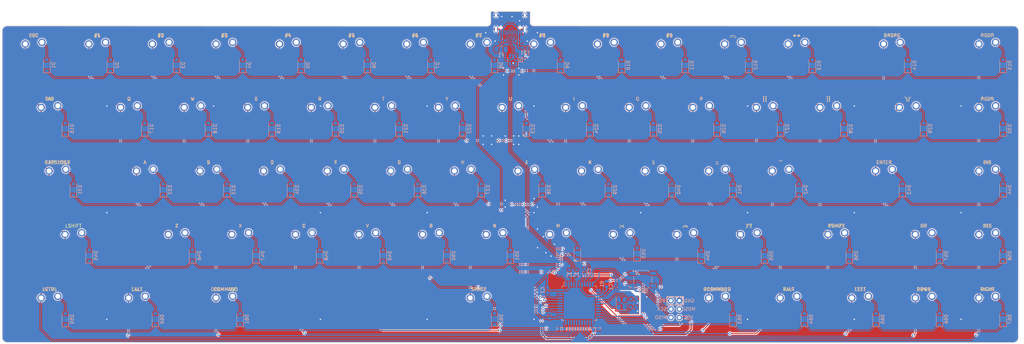
<source format=kicad_pcb>
(kicad_pcb (version 20211014) (generator pcbnew)
  (layers (0 "F.Cu" signal) (31 "B.Cu" signal) (34 "B.Paste" user) (35 "F.Paste" user) (36 "B.SilkS" user "B.Silkscreen") (37 "F.SilkS" user "F.Silkscreen") (38 "B.Mask" user) (39 "F.Mask" user) (44 "Edge.Cuts" user))
  (net 0 "")
  (net 1 "+5V")
  (net 2 "GND")
  (net 3 "Net-(C5-Pad1)")
  (net 4 "/microcontroller/XTAL1")
  (net 5 "/microcontroller/XTAL2")
  (net 6 "Row0")
  (net 7 "Net-(D1-Pad2)")
  (net 8 "Net-(D2-Pad2)")
  (net 9 "Net-(D3-Pad2)")
  (net 10 "Net-(D4-Pad2)")
  (net 11 "Net-(D5-Pad2)")
  (net 12 "Net-(D6-Pad2)")
  (net 13 "Net-(D7-Pad2)")
  (net 14 "Net-(D8-Pad2)")
  (net 15 "Net-(D9-Pad2)")
  (net 16 "Net-(D10-Pad2)")
  (net 17 "Net-(D11-Pad2)")
  (net 18 "Net-(D14-Pad2)")
  (net 19 "Net-(D15-Pad2)")
  (net 20 "Row1")
  (net 21 "Net-(D16-Pad2)")
  (net 22 "Net-(D17-Pad2)")
  (net 23 "Net-(D18-Pad2)")
  (net 24 "Net-(D19-Pad2)")
  (net 25 "Net-(D20-Pad2)")
  (net 26 "Net-(D21-Pad2)")
  (net 27 "Net-(D22-Pad2)")
  (net 28 "Net-(D23-Pad2)")
  (net 29 "Net-(D24-Pad2)")
  (net 30 "Net-(D25-Pad2)")
  (net 31 "Net-(D26-Pad2)")
  (net 32 "Net-(D28-Pad2)")
  (net 33 "Net-(D30-Pad2)")
  (net 34 "Row2")
  (net 35 "Net-(D33-Pad2)")
  (net 36 "Net-(D35-Pad2)")
  (net 37 "Net-(D36-Pad2)")
  (net 38 "Net-(D37-Pad2)")
  (net 39 "Net-(D38-Pad2)")
  (net 40 "Net-(D39-Pad2)")
  (net 41 "Net-(D40-Pad2)")
  (net 42 "Net-(D43-Pad2)")
  (net 43 "Net-(D44-Pad2)")
  (net 44 "Row3")
  (net 45 "Net-(D45-Pad2)")
  (net 46 "Net-(D46-Pad2)")
  (net 47 "Net-(D47-Pad2)")
  (net 48 "Net-(D49-Pad2)")
  (net 49 "Net-(D51-Pad2)")
  (net 50 "Net-(D52-Pad2)")
  (net 51 "Net-(D55-Pad2)")
  (net 52 "Net-(D56-Pad2)")
  (net 53 "Net-(D57-Pad2)")
  (net 54 "Net-(D58-Pad2)")
  (net 55 "Row4")
  (net 56 "Net-(D59-Pad2)")
  (net 57 "Net-(D60-Pad2)")
  (net 58 "Net-(D61-Pad2)")
  (net 59 "Net-(D62-Pad2)")
  (net 60 "Net-(D63-Pad2)")
  (net 61 "Net-(D64-Pad2)")
  (net 62 "Net-(D65-Pad2)")
  (net 63 "Net-(D66-Pad2)")
  (net 64 "Net-(D67-Pad2)")
  (net 65 "VCC")
  (net 66 "/microcontroller/MISO")
  (net 67 "/microcontroller/SCK")
  (net 68 "/microcontroller/MOSI")
  (net 69 "/microcontroller/RESET")
  (net 70 "Col0")
  (net 71 "Col1")
  (net 72 "Col2")
  (net 73 "Col3")
  (net 74 "Col4")
  (net 75 "Col5")
  (net 76 "Col6")
  (net 77 "Col7")
  (net 78 "Col8")
  (net 79 "Col9")
  (net 80 "Col10")
  (net 81 "Col11")
  (net 82 "Col12")
  (net 83 "Col13")
  (net 84 "Col14")
  (net 85 "Net-(R2-Pad1)")
  (net 86 "Net-(R3-Pad1)")
  (net 87 "/microcontroller/D+")
  (net 88 "/microcontroller/DP")
  (net 89 "/microcontroller/D-")
  (net 90 "/microcontroller/DN")
  (net 91 "Net-(R6-Pad1)")
  (net 92 "/microcontroller/USB_D-")
  (net 93 "/microcontroller/USB_D+")
  (net 99 "Net-(D12-Pad2)")
  (net 100 "Net-(D13-Pad2)")
  (net 101 "Net-(D31-Pad2)")
  (net 102 "Net-(D32-Pad2)")
  (net 103 "Net-(D34-Pad2)")
  (net 104 "Net-(D41-Pad2)")
  (net 105 "Net-(D42-Pad2)")
  (net 106 "Net-(D48-Pad2)")
  (net 107 "Net-(D50-Pad2)")
  (net 108 "Net-(D53-Pad2)")
  (net 109 "Net-(D54-Pad2)")
  (net 110 "Net-(D27-Pad2)")
  (net 111 "Net-(D29-Pad2)")
  (footprint "Alps_Only:ALPS-2.25U" (layer "F.Cu") (at 53.975 96.04375)
    (fp_text reference "K45")
    (fp_text value "LSHIFT")
  )
  (footprint "Alps_Only:ALPS-1U" (layer "F.Cu") (at 113.50625 76.99375)
    (fp_text reference "K34")
    (fp_text value "D")
  )
  (footprint "Alps_Only:ALPS-1.25U" (layer "F.Cu") (at 268.2875 115.09375)
    (fp_text reference "K64")
    (fp_text value "RALT")
  )
  (footprint "Alps_Only:ALPS-1U" (layer "F.Cu") (at 161.13125 96.04375)
    (fp_text reference "K50")
    (fp_text value "B")
  )
  (footprint "Alps_Only:ALPS-1.25U" (layer "F.Cu") (at 73.025 115.09375)
    (fp_text reference "K60")
    (fp_text value "LALT")
  )
  (footprint "Alps_Only:ALPS-1.75U" (layer "F.Cu") (at 282.575 96.04375)
    (fp_text reference "K56")
    (fp_text value "RSHIFT")
  )
  (footprint "Alps_Only:ALPS-1.5U" (layer "F.Cu") (at 46.83125 115.09375)
    (fp_text reference "K59")
    (fp_text value "LCTRL")
  )
  (footprint "Alps_Only:ALPS-1U" (layer "F.Cu") (at 132.55625 76.99375)
    (fp_text reference "K35")
    (fp_text value "F")
  )
  (footprint "Alps_Only:ALPS-1U" (layer "F.Cu") (at 142.08125 96.04375)
    (fp_text reference "K49")
    (fp_text value "V")
  )
  (footprint "Alps_Only:ALPS-1U" (layer "F.Cu") (at 151.60625 76.99375)
    (fp_text reference "K36")
    (fp_text value "G")
  )
  (footprint "Alps_Only:ALPS-1U" (layer "F.Cu") (at 170.65625 76.99375)
    (fp_text reference "K37")
    (fp_text value "H")
  )
  (footprint "Alps_Only:ALPS-1U" (layer "F.Cu") (at 184.94375 57.94375)
    (fp_text reference "K23")
    (fp_text value "U")
  )
  (footprint "Alps_Only:ALPS-1U" (layer "F.Cu") (at 327.81875 57.94375)
    (fp_text reference "K30")
    (fp_text value "PGDN")
  )
  (footprint "Alps_Only:ALPS-1U" (layer "F.Cu") (at 70.64375 57.94375)
    (fp_text reference "K17")
    (fp_text value "Q")
  )
  (footprint "Alps_Only:ALPS-1U" (layer "F.Cu") (at 203.99375 57.94375)
    (fp_text reference "K24")
    (fp_text value "I")
  )
  (footprint "Alps_Only:ALPS-1U" (layer "F.Cu") (at 213.51875 38.89375)
    (fp_text reference "K10")
    (fp_text value "#9")
  )
  (footprint "Alps_Only:ALPS-1U" (layer "F.Cu") (at 80.16875 38.89375)
    (fp_text reference "K3")
    (fp_text value "#2")
  )
  (footprint "Alps_Only:ALPS-1U" (layer "F.Cu") (at 194.46875 38.89375)
    (fp_text reference "K9")
    (fp_text value "#8")
  )
  (footprint "Alps_Only:ALPS-1U" (layer "F.Cu") (at 289.71875 115.09375)
    (fp_text reference "K65")
    (fp_text value "LEFT")
  )
  (footprint "Alps_Only:ALPS-1U" (layer "F.Cu") (at 137.31875 38.89375)
    (fp_text reference "K6")
    (fp_text value "#5")
  )
  (footprint "Alps_Only:ALPS-1U" (layer "F.Cu") (at 218.28125 96.04375)
    (fp_text reference "K53")
    (fp_text value ",<")
  )
  (footprint "Alps_Only:ALPS-1U" (layer "F.Cu") (at 146.84375 57.94375)
    (fp_text reference "K21")
    (fp_text value "T")
  )
  (footprint "Alps_Only:ALPS-1U" (layer "F.Cu") (at 327.81875 96.04375)
    (fp_text reference "K58")
    (fp_text value "DEL")
  )
  (footprint "Alps_Only:ALPS-1U" (layer "F.Cu") (at 61.11875 38.89375)
    (fp_text reference "K2")
    (fp_text value "#1")
  )
  (footprint "Alps_Only:ALPS-1U" (layer "F.Cu") (at 99.21875 38.89375)
    (fp_text reference "K4")
    (fp_text value "#3")
  )
  (footprint "Alps_Only:ALPS-1U" (layer "F.Cu") (at 199.23125 96.04375)
    (fp_text reference "K52")
    (fp_text value "M")
  )
  (footprint "Alps_Only:ALPS-1U" (layer "F.Cu") (at 118.26875 38.89375)
    (fp_text reference "K5")
    (fp_text value "#4")
  )
  (footprint "Alps_Only:ALPS-2U" (layer "F.Cu") (at 299.24375 38.89375)
    (fp_text reference "K14")
    (fp_text value "BKSPC")
  )
  (footprint "Alps_Only:ALPS-1U" (layer "F.Cu") (at 223.04375 57.94375)
    (fp_text reference "K25")
    (fp_text value "O")
  )
  (footprint "Alps_Only:ALPS-1U" (layer "F.Cu") (at 237.33125 96.04375)
    (fp_text reference "K54")
    (fp_text value ".>")
  )
  (footprint "Alps_Only:ALPS-1U" (layer "F.Cu") (at 327.81875 76.99375)
    (fp_text reference "K44")
    (fp_text value "INS")
  )
  (footprint "Alps_Only:ALPS-1U" (layer "F.Cu") (at 232.56875 38.89375)
    (fp_text reference "K11")
    (fp_text value "#0")
  )
  (footprint "Alps_Only:ALPS-1U" (layer "F.Cu") (at 89.69375 57.94375)
    (fp_text reference "K18")
    (fp_text value "W")
  )
  (footprint "Alps_Only:ALPS-1U" (layer "F.Cu") (at 42.06875 38.89375)
    (fp_text reference "K1")
    (fp_text value "ESC")
  )
  (footprint "Alps_Only:ALPS-1U" (layer "F.Cu") (at 227.80625 76.99375)
    (fp_text reference "K40")
    (fp_text value "L")
  )
  (footprint "Alps_Only:ALPS-1U" (layer "F.Cu") (at 280.19375 57.94375)
    (fp_text reference "K28")
    (fp_text value "]}")
  )
  (footprint "Alps_Only:ALPS-1U" (layer "F.Cu") (at 308.76875 115.09375)
    (fp_text reference "K66")
    (fp_text value "DOWN")
  )
  (footprint "Alps_Only:ALPS-1.5U" (layer "F.Cu") (at 46.83125 57.94375)
    (fp_text reference "K16")
    (fp_text value "TAB")
  )
  (footprint "Alps_Only:ALPS-1U" (layer "F.Cu") (at 156.36875 38.89375)
    (fp_text reference "K7")
    (fp_text value "#6")
  )
  (footprint "Alps_Only:ALPS-1U" (layer "F.Cu") (at 265.90625 76.99375)
    (fp_text reference "K42")
    (fp_text value "'\"")
  )
  (footprint "Alps_Only:ALPS-1U" (layer "F.Cu") (at 261.14375 57.94375)
    (fp_text reference "K27")
    (fp_text value "[{")
  )
  (footprint "Alps_Only:ALPS-2.25U" (layer "F.Cu") (at 296.8625 76.99375)
    (fp_text reference "K43")
    (fp_text value "ENTER")
  )
  (footprint "Alps_Only:ALPS-1U" (layer "F.Cu") (at 108.74375 57.94375)
    (fp_text reference "K19")
    (fp_text value "E")
  )
  (footprint "Alps_Only:ALPS-1U" (layer "F.Cu") (at 175.41875 38.89375)
    (fp_text reference "K8")
    (fp_text value "#7")
  )
  (footprint "Alps_Only:ALPS-6.5U" (layer "F.Cu") (at 175.41875 115.09375)
    (fp_text reference "K62")
    (fp_text value "SPACE")
  )
  (footprint "Alps_Only:ALPS-1U" (layer "F.Cu") (at 270.66875 38.89375)
    (fp_text reference "K13")
    (fp_text value "+=")
  )
  (footprint "Alps_Only:ALPS-1U" (layer "F.Cu") (at 165.89375 57.94375)
    (fp_text reference "K22")
    (fp_text value "Y")
  )
  (footprint "Alps_Only:ALPS-1U" (layer "F.Cu") (at 256.38125 96.04375)
    (fp_text reference "K55")
    (fp_text value "/?")
  )
  (footprint "Alps_Only:ALPS-1U" (layer "F.Cu") (at 123.03125 96.04375)
    (fp_text reference "K48")
    (fp_text value "C")
  )
  (footprint "Alps_Only:ALPS-1U" (layer "F.Cu") (at 246.85625 115.09375)
    (fp_text reference "K63")
    (fp_text value "RCOMMAND")
  )
  (footprint "Alps_Only:ALPS-1U" (layer "F.Cu") (at 246.85625 76.99375)
    (fp_text reference "K41")
    (fp_text value ";:")
  )
  (footprint "Alps_Only:ALPS-1U" (layer "F.Cu") (at 103.98125 96.04375)
    (fp_text reference "K47")
    (fp_text value "X")
  )
  (footprint "Alps_Only:ALPS-1.5U" (layer "F.Cu") (at 304.00625 57.94375)
    (fp_text reference "K29")
    (fp_text value "\\|")
  )
  (footprint "Alps_Only:ALPS-1U" (layer "F.Cu") (at 84.93125 96.04375)
    (fp_text reference "K46")
    (fp_text value "Z")
  )
  (footprint "Alps_Only:ALPS-1U" (layer "F.Cu") (at 127.79375 57.94375)
    (fp_text reference "K20")
    (fp_text value "R")
  )
  (footprint "Alps_Only:ALPS-1U" (layer "F.Cu") (at 327.81875 115.09375)
    (fp_text reference "K67")
    (fp_text value "RIGHT")
  )
  (footprint "Alps_Only:ALPS-1U" (layer "F.Cu") (at 189.70625 76.99375)
    (fp_text reference "K38")
    (fp_text value "J")
  )
  (footprint "Alps_Only:ALPS-1.5U" (layer "F.Cu") (at 99.21875 115.09375)
    (fp_text reference "K61")
    (fp_text value "LCOMMAND")
  )
  (footprint "Alps_Only:ALPS-1U" (layer "F.Cu") (at 308.76875 96.04375)
    (fp_text reference "K57")
    (fp_text value "UP")
  )
  (footprint "Alps_Only:ALPS-1U" (layer "F.Cu") (at 327.81875 38.89375)
    (fp_text reference "K15")
    (fp_text value "PGUP")
  )
  (footprint "Alps_Only:ALPS-1U" (layer "F.Cu") (at 208.75625 76.99375)
    (fp_text reference "K39")
    (fp_text value "K")
  )
  (footprint "Alps_Only:ALPS-1U" (layer "F.Cu") (at 75.40625 76.99375)
    (fp_text reference "K32")
    (fp_text value "A")
  )
  (footprint "Alps_Only:ALPS-1U" (layer "F.Cu") (at 180.18125 96.04375)
    (fp_text reference "K51")
    (fp_text value "N")
  )
  (footprint "Alps_Only:ALPS-1U" (layer "F.Cu") (at 251.61875 38.89375)
    (fp_text reference "K12")
    (fp_text value "-_")
  )
  (footprint "Alps_Only:ALPS-1.75U" (layer "F.Cu") (at 49.2125 76.99375)
    (fp_text reference "K31")
    (fp_text value "CAPSLOCK")
  )
  (footprint "Alps_Only:ALPS-1U" (layer "F.Cu") (at 242.09375 57.94375)
    (fp_text reference "K26")
    (fp_text value "P")
  )
  (footprint "Alps_Only:ALPS-1U" (layer "F.Cu") (at 94.45625 76.99375)
    (fp_text reference "K33")
    (fp_text value "S")
  )
  (footprint "Resistor_SMD:R_0603_1608Metric" (layer "B.Cu") (at 213.8 106.9 -90)
    (fp_text reference "R1")
    (fp_text value "10k")
  )
  (footprint "Resistor_SMD:R_0603_1608Metric" (layer "B.Cu") (at 187.3 34.2)
    (fp_text reference "R3" hide)
    (fp_text value "5k1")
  )
  (footprint "Fuse:Fuse_1206_3216Metric" (layer "B.Cu") (at 182.1 36.5)
    (fp_text reference "F1")
    (fp_text value "Polyfuse_Small")
  )
  (footprint "Diode_SMD:D_SOD-123" (layer "B.Cu") (at 332.58125 41.275 90)
    (fp_text reference "D15")
    (fp_text value "D_Small")
  )
  (footprint "Diode_SMD:D_SOD-123" (layer "B.Cu") (at 304.00625 41.275 90)
    (fp_text reference "D14")
    (fp_text value "D_Small")
  )
  (footprint "Capacitor_SMD:C_0603_1608Metric" (layer "B.Cu") (at 221.7 113.8)
    (fp_text reference "C6" hide)
    (fp_text value "22p")
  )
  (footprint "Diode_SMD:D_SOD-123" (layer "B.Cu") (at 184.94375 98.425 90)
    (fp_text reference "D51")
    (fp_text value "D_Small")
  )
  (footprint "Button_Switch_SMD:SW_SPST_SKQG_WithStem" (layer "B.Cu") (at 224.63125 105.56875)
    (fp_text reference "SW1")
    (fp_text value "SW_Push")
  )
  (footprint "Diode_SMD:D_SOD-123" (layer "B.Cu") (at 53.975 78.58125 90)
    (fp_text reference "D31")
    (fp_text value "D_Small")
  )
  (footprint "Diode_SMD:D_SOD-123" (layer "B.Cu") (at 180.18125 117.4125 90)
    (fp_text reference "D62")
    (fp_text value "D_Small")
  )
  (footprint "Diode_SMD:D_SOD-123" (layer "B.Cu") (at 251.61875 117.475 90)
    (fp_text reference "D63")
    (fp_text value "D_Small")
  )
  (footprint "Diode_SMD:D_SOD-123" (layer "B.Cu") (at 200.025 41.275 90)
    (fp_text reference "D9")
    (fp_text value "D_Small")
  )
  (footprint "Diode_SMD:D_SOD-123" (layer "B.Cu") (at 208.75625 60.325 90)
    (fp_text reference "D24")
    (fp_text value "D_Small")
  )
  (footprint "Diode_SMD:D_SOD-123" (layer "B.Cu") (at 214.3125 78.58125 90)
    (fp_text reference "D39")
    (fp_text value "D_Small")
  )
  (footprint "Package_QFP:TQFP-44_10x10mm_P0.8mm" (layer "B.Cu") (at 205.58125 112.7125 -90)
    (fp_text reference "U2" hide)
    (fp_text value "ATmega32U4-A")
  )
  (footprint "Diode_SMD:D_SOD-123" (layer "B.Cu") (at 108.74375 98.425 90)
    (fp_text reference "D47")
    (fp_text value "D_Small")
  )
  (footprint "Diode_SMD:D_SOD-123" (layer "B.Cu") (at 237.33125 41.275 90)
    (fp_text reference "D11")
    (fp_text value "D_Small")
  )
  (footprint "Capacitor_SMD:C_0603_1608Metric" (layer "B.Cu") (at 210.6 120.6)
    (fp_text reference "C3" hide)
    (fp_text value "10u")
  )
  (footprint "Diode_SMD:D_SOD-123" (layer "B.Cu") (at 161.13125 41.275 90)
    (fp_text reference "D7")
    (fp_text value "D_Small")
  )
  (footprint "Diode_SMD:D_SOD-123" (layer "B.Cu") (at 51.59375 60.325 90)
    (fp_text reference "D16")
    (fp_text value "D_Small")
  )
  (footprint "Diode_SMD:D_SOD-123" (layer "B.Cu") (at 80.9625 78.58125 90)
    (fp_text reference "D32")
    (fp_text value "D_Small")
  )
  (footprint "Diode_SMD:D_SOD-123" (layer "B.Cu") (at 308.76875 60.2625 90)
    (fp_text reference "D29")
    (fp_text value "D_Small")
  )
  (footprint "Diode_SMD:D_SOD-123" (layer "B.Cu") (at 313.53125 117.475 90)
    (fp_text reference "D66")
    (fp_text value "D_Small")
  )
  (footprint "Diode_SMD:D_SOD-123" (layer "B.Cu") (at 251.61875 78.58125 90)
    (fp_text reference "D41")
    (fp_text value "D_Small")
  )
  (footprint "Type-C:HRO-TYPE-C-31-M-12" (layer "B.Cu") (at 184.94375 23.69625)
    (fp_text reference "USB1" hide)
    (fp_text value "HRO-TYPE-C-31-M-12")
  )
  (footprint "Diode_SMD:D_SOD-123" (layer "B.Cu") (at 119.0625 78.58125 90)
    (fp_text reference "D34")
    (fp_text value "D_Small")
  )
  (footprint "Diode_SMD:D_SOD-123" (layer "B.Cu") (at 142.08125 41.275 90)
    (fp_text reference "D6")
    (fp_text value "D_Small")
  )
  (footprint "Diode_SMD:D_SOD-123" (layer "B.Cu") (at 89.69375 98.425 90)
    (fp_text reference "D46")
    (fp_text value "D_Small")
  )
  (footprint "Capacitor_SMD:C_0603_1608Metric" (layer "B.Cu") (at 221.9 111.4)
    (fp_text reference "C7" hide)
    (fp_text value "22p")
  )
  (footprint "Diode_SMD:D_SOD-123" (layer "B.Cu") (at 313.53125 98.425 90)
    (fp_text reference "D57")
    (fp_text value "D_Small")
  )
  (footprint "Diode_SMD:D_SOD-123" (layer "B.Cu") (at 46.0375 41.275 90)
    (fp_text reference "D1")
    (fp_text value "D_Small")
  )
  (footprint "Diode_SMD:D_SOD-123" (layer "B.Cu") (at 261.14375 98.425 90)
    (fp_text reference "D55")
    (fp_text value "D_Small")
  )
  (footprint "Resistor_SMD:R_0603_1608Metric" (layer "B.Cu") (at 204.7875 103.5 -90)
    (fp_text reference "R4" hide)
    (fp_text value "2k2")
  )
  (footprint "Crystal:Crystal_SMD_3225-4Pin_3.2x2.5mm" (layer "B.Cu") (at 218.28125 112.7125 90)
    (fp_text reference "Y1" hide)
    (fp_text value "16MHz")
  )
  (footprint "Diode_SMD:D_SOD-123" (layer "B.Cu") (at 275.43125 41.275 90)
    (fp_text reference "D13")
    (fp_text value "D_Small")
  )
  (footprint "Diode_SMD:D_SOD-123" (layer "B.Cu") (at 332.58125 117.475 90)
    (fp_text reference "D67")
    (fp_text value "D_Small")
  )
  (footprint "Diode_SMD:D_SOD-123" (layer "B.Cu") (at 58.7375 98.425 90)
    (fp_text reference "D45")
    (fp_text value "D_Small")
  )
  (footprint "Diode_SMD:D_SOD-123" (layer "B.Cu") (at 256.38125 41.2125 90)
    (fp_text reference "D12")
    (fp_text value "D_Small")
  )
  (footprint "Capacitor_SMD:C_0603_1608Metric" (layer "B.Cu") (at 207.16875 103.1875 90)
    (fp_text reference "C5")
    (fp_text value "1u")
  )
  (footprint "Diode_SMD:D_SOD-123" (layer "B.Cu") (at 51.59375 117.475 90)
    (fp_text reference "D59")
    (fp_text value "D_Small")
  )
  (footprint "Diode_SMD:D_SOD-123" (layer "B.Cu") (at 100.0125 78.58125 90)
    (fp_text reference "D33")
    (fp_text value "D_Small")
  )
  (footprint "Diode_SMD:D_SOD-123" (layer "B.Cu") (at 75.40625 60.325 90)
    (fp_text reference "D17")
    (fp_text value "D_Small")
  )
  (footprint "Diode_SMD:D_SOD-123" (layer "B.Cu") (at 284.95625 60.325 90)
    (fp_text reference "D28")
    (fp_text value "D_Small")
  )
  (footprint "Diode_SMD:D_SOD-123" (layer "B.Cu") (at 271.4625 78.58125 90)
    (fp_text reference "D42")
    (fp_text value "D_Small")
  )
  (footprint "Diode_SMD:D_SOD-123" (layer "B.Cu") (at 146.84375 98.425 90)
    (fp_text reference "D49")
    (fp_text value "D_Small")
  )
  (footprint "Diode_SMD:D_SOD-123" (layer "B.Cu") (at 189.70625 60.325 90)
    (fp_text reference "D23")
    (fp_text value "D_Small")
  )
  (footprint "Diode_SMD:D_SOD-123" (layer "B.Cu") (at 170.65625 60.325 90)
    (fp_text reference "D22")
    (fp_text value "D_Small")
  )
  (footprint "Diode_SMD:D_SOD-123" (layer "B.Cu") (at 222.9 97.8 90)
    (fp_text reference "D53")
    (fp_text value "D_Small")
  )
  (footprint "Diode_SMD:D_SOD-123" (layer "B.Cu") (at 132.55625 60.325 90)
    (fp_text reference "D20")
    (fp_text value "D_Small")
  )
  (footprint "Diode_SMD:D_SOD-123" (layer "B.Cu") (at 332.58125 78.58125 90)
    (fp_text reference "D44")
    (fp_text value "D_Small")
  )
  (footprint "Diode_SMD:D_SOD-123" (layer "B.Cu") (at 194.46875 78.58125 90)
    (fp_text reference "D38")
    (fp_text value "D_Small")
  )
  (footprint "Capacitor_SMD:C_0603_1608Metric" (layer "B.Cu") (at 196.7 116.4 90)
    (fp_text reference "C4" hide)
    (fp_text value "100n")
  )
  (footprint "Diode_SMD:D_SOD-123" (layer "B.Cu") (at 265.90625 60.325 90)
    (fp_text reference "D27")
    (fp_text value "D_Small")
  )
  (footprint "Diode_SMD:D_SOD-123" (layer "B.Cu") (at 122.2375 41.275 90)
    (fp_text reference "D5")
    (fp_text value "D_Small")
  )
  (footprint "Diode_SMD:D_SOD-123" (layer "B.Cu") (at 180.18125 41.275 90)
    (fp_text reference "D8")
    (fp_text value "D_Small")
  )
  (footprint "Resistor_SMD:R_0603_1608Metric" (layer "B.Cu") (at 200.3 120.4 180)
    (fp_text reference "R6" hide)
    (fp_text value "10k")
  )
  (footprint "Diode_SMD:D_SOD-123" (layer "B.Cu") (at 294.48125 117.475 90)
    (fp_text reference "D65")
    (fp_text value "D_Small")
  )
  (footprint "Diode_SMD:D_SOD-123" (layer "B.Cu") (at 218.28125 41.275 90)
    (fp_text reference "D10")
    (fp_text value "D_Small")
  )
  (footprint "Diode_SMD:D_SOD-123" (layer "B.Cu") (at 233.3625 78.58125 90)
    (fp_text reference "D40")
    (fp_text value "D_Small")
  )
  (footprint "Diode_SMD:D_SOD-123" (layer "B.Cu") (at 151.60625 60.325 90)
    (fp_text reference "D21")
    (fp_text value "D_Small")
  )
  (footprint "Resistor_SMD:R_0603_1608Metric" (layer "B.Cu") (at 182.6 33.9 180)
    (fp_text reference "R2" hide)
    (fp_text value "5k1")
  )
  (footprint "Diode_SMD:D_SOD-123" (layer "B.Cu") (at 286.54375 98.425 90)
    (fp_text reference "D56")
    (fp_text value "D_Small")
  )
  (footprint "Capacitor_SMD:C_0603_1608Metric" (layer "B.Cu") (at 216.5 107.8 -90)
    (fp_text reference "C1")
    (fp_text value "100n")
  )
  (footprint "Diode_SMD:D_SOD-123" (layer "B.Cu") (at 165.89375 98.425 90)
    (fp_text reference "D50")
    (fp_text value "D_Small")
  )
  (footprint "Diode_SMD:D_SOD-123" (layer "B.Cu") (at 246.85625 60.325 90)
    (fp_text reference "D26")
    (fp_text value "D_Small")
  )
  (footprint "random-keyboard-parts:Reset_Pretty-Mask" (layer "B.Cu") (at 234.3 114.4425)
    (fp_text reference "J1")
    (fp_text value "AVR-ISP-6")
  )
  (footprint "Diode_SMD:D_SOD-123" (layer "B.Cu") (at 157.1625 78.58125 90)
    (fp_text reference "D36")
    (fp_text value "D_Small")
  )
  (footprint "Diode_SMD:D_SOD-123" (layer "B.Cu") (at 138.1125 78.58125 90)
    (fp_text reference "D35")
    (fp_text value "D_Small")
  )
  (footprint "Diode_SMD:D_SOD-123" (layer "B.Cu") (at 332.58125 98.425 90)
    (fp_text reference "D58")
    (fp_text value "D_Small")
  )
  (footprint "Diode_SMD:D_SOD-123" (layer "B.Cu") (at 65.0875 41.275 90)
    (fp_text reference "D2")
    (fp_text value "D_Small")
  )
  (footprint "Capacitor_SMD:C_0603_1608Metric" (layer "B.Cu") (at 196.05625 108.74375 -90)
    (fp_text reference "C2")
    (fp_text value "100n")
  )
  (footprint "Diode_SMD:D_SOD-123" (layer "B.Cu") (at 273.05 117.475 90)
    (fp_text reference "D64")
    (fp_text value "D_Small")
  )
  (footprint "Diode_SMD:D_SOD-123" (layer "B.Cu") (at 242.09375 98.425 90)
    (fp_text reference "D54")
    (fp_text value "D_Small")
  )
  (footprint "Diode_SMD:D_SOD-123" (layer "B.Cu") (at 302.41875 78.58125 90)
    (fp_text reference "D43")
    (fp_text value "D_Small")
  )
  (footprint "Diode_SMD:D_SOD-123" (layer "B.Cu") (at 113.50625 60.325 90)
    (fp_text reference "D19")
    (fp_text value "D_Small" hide)
  )
  (footprint "Diode_SMD:D_SOD-123" (layer "B.Cu") (at 78.58125 117.475 90)
    (fp_text reference "D60")
    (fp_text value "D_Small")
  )
  (footprint "Diode_SMD:D_SOD-123" (layer "B.Cu") (at 127.79375 98.425 90)
    (fp_text reference "D48")
    (fp_text value "D_Small")
  )
  (footprint "Diode_SMD:D_SOD-123" (layer "B.Cu") (at 94.45625 60.325 90)
    (fp_text reference "D18")
    (fp_text value "D_Small")
  )
  (footprint "Diode_SMD:D_SOD-123" (layer "B.Cu") (at 104.775 41.275 90)
    (fp_text reference "D4")
    (fp_text value "D_Small")
  )
  (footprint "Diode_SMD:D_SOD-123" (layer "B.Cu") (at 84.93125 41.275 90)
    (fp_text reference "D3")
    (fp_text value "D_Small")
  )
  (footprint "Resistor_SMD:R_0603_1608Metric" (layer "B.Cu") (at 202.6 103.5 -90)
    (fp_text reference "R5" hide)
    (fp_text value "2k2")
  )
  (footprint "Package_TO_SOT_SMD:SOT-23-6" (layer "B.Cu") (at 185.7375 39.6875 90)
    (fp_text reference "U1")
    (fp_text value "USBLC6-2SC6")
  )
  (footprint "Diode_SMD:D_SOD-123" (layer "B.Cu") (at 103.98125 117.475 90)
    (fp_text reference "D61")
    (fp_text value "D_Small")
  )
  (footprint "Diode_SMD:D_SOD-123" (layer "B.Cu") (at 227.80625 60.325 90)
    (fp_text reference "D25")
    (fp_text value "D_Small")
  )
  (footprint "Diode_SMD:D_SOD-123" (layer "B.Cu") (at 205 97.8 90)
    (fp_text reference "D52" hide)
    (fp_text value "D_Small")
  )
  (footprint "Diode_SMD:D_SOD-123" (layer "B.Cu") (at 332.58125 60.325 90)
    (fp_text reference "D30")
    (fp_text value "D_Small")
  )
  (footprint "Diode_SMD:D_SOD-123" (layer "B.Cu") (at 176.2125 78.58125 90)
    (fp_text reference "D37")
    (fp_text value "D_Small")
  )
  (footprint "Inductor_SMD:L_0603_1608Metric" (layer "B.Cu") (at 189.3 36)
    (fp_text reference "FB1")
    (fp_text value "100 @ 100MHz")
  )
  (gr_arc (start 191.965697 29.336403) (mid 191.358477 29.131299) (end 191 28.6) (layer "Edge.Cuts") (width 0.1))
  (gr_arc (start 32.531371 30.931371) (mid 33 29.8) (end 34.131371 29.331371) (layer "Edge.Cuts") (width 0.1))
  (gr_line (start 178.9 28.605025) (end 178.9 25) (layer "Edge.Cuts") (width 0.1))
  (gr_arc (start 337.3 123) (mid 336.786587 124.166519) (end 335.6 124.631678) (layer "Edge.Cuts") (width 0.1))
  (gr_arc (start 34.131371 124.6) (mid 32.998132 124.111145) (end 32.531371 122.968629) (layer "Edge.Cuts") (width 0.1))
  (gr_arc (start 178.9 28.605025) (mid 178.560741 29.179248) (end 177.931378 29.4) (layer "Edge.Cuts") (width 0.1))
  (gr_line (start 337.331678 31) (end 337.3 123) (layer "Edge.Cuts") (width 0.1))
  (gr_line (start 178.9 25) (end 191 25) (layer "Edge.Cuts") (width 0.1))
  (gr_arc (start 335.731678 29.368629) (mid 336.864917 29.857484) (end 337.331678 31) (layer "Edge.Cuts") (width 0.1))
  (gr_line (start 34.131371 29.331371) (end 177.931378 29.4) (layer "Edge.Cuts") (width 0.1))
  (gr_line (start 335.6 124.631678) (end 34.131371 124.6) (layer "Edge.Cuts") (width 0.1))
  (gr_line (start 191.965697 29.336403) (end 335.731678 29.368629) (layer "Edge.Cuts") (width 0.1))
  (gr_line (start 32.531371 122.968629) (end 32.531371 30.931371) (layer "Edge.Cuts") (width 0.1))
  (gr_line (start 191 25) (end 191 28.6) (layer "Edge.Cuts") (width 0.1))
  (segment (start 209.9 121.8) (end 208.4 123.3) (width 0.381) (layer "F.Cu") (net 1))
  (segment (start 189.7 56.7) (end 189.7 38.6) (width 0.381) (layer "F.Cu") (net 1))
  (segment (start 195.8 123.3) (end 194.3 121.8) (width 0.381) (layer "F.Cu") (net 1))
  (segment (start 201 104.2) (end 199.2 102.4) (width 0.381) (layer "F.Cu") (net 1))
  (segment (start 199.2 66.2) (end 189.7 56.7) (width 0.381) (layer "F.Cu") (net 1))
  (segment (start 215 104.2) (end 201 104.2) (width 0.381) (layer "F.Cu") (net 1))
  (segment (start 210.2 122.1) (end 209.9 121.8) (width 0.381) (layer "F.Cu") (net 1))
  (segment (start 237.5 122.1) (end 210.2 122.1) (width 0.381) (layer "F.Cu") (net 1))
  (segment (start 208.4 123.3) (end 195.8 123.3) (width 0.381) (layer "F.Cu") (net 1))
  (segment (start 239.1 120.5) (end 237.5 122.1) (width 0.381) (layer "F.Cu") (net 1))
  (segment (start 194.3 121.8) (end 194.3 118) (width 0.381) (layer "F.Cu") (net 1))
  (segment (start 199.2 102.4) (end 199.2 66.2) (width 0.381) (layer "F.Cu") (net 1))
  (segment (start 239.1 118.3) (end 239.1 120.5) (width 0.381) (layer "F.Cu") (net 1))
  (via (at 209.9 121.8) (size 0.8) (drill 0.4) (layers "F.Cu" "B.Cu") (net 1))
  (via (at 199.2 102.4) (size 0.8) (drill 0.4) (layers "F.Cu" "B.Cu") (net 1))
  (via (at 239.1 118.3) (size 0.8) (drill 0.4) (layers "F.Cu" "B.Cu") (net 1))
  (via (at 189.7 38.6) (size 0.8) (drill 0.4) (layers "F.Cu" "B.Cu") (net 1))
  (via (at 194.3 118) (size 0.8) (drill 0.4) (layers "F.Cu" "B.Cu") (net 1))
  (via (at 215 104.2) (size 0.8) (drill 0.4) (layers "F.Cu" "B.Cu") (net 1))
  (segment (start 209.825 121.675) (end 209.825 120.6) (width 0.381) (layer "B.Cu") (net 1))
  (segment (start 216.5 105.7) (end 216.5 107.025) (width 0.381) (layer "B.Cu") (net 1))
  (segment (start 206.38125 107.0125) (end 206.38125 108.78125) (width 0.381) (layer "B.Cu") (net 1))
  (segment (start 235.57 116.9825) (end 237.7825 116.9825) (width 0.381) (layer "B.Cu") (net 1))
  (segment (start 196.05625 107.96875) (end 196.05625 104.14375) (width 0.381) (layer "B.Cu") (net 1))
  (segment (start 199.41875 117.175) (end 194.275 117.175) (width 0.381) (layer "B.Cu") (net 1))
  (segment (start 209.9 121.8) (end 209.9 121.75) (width 0.381) (layer "B.Cu") (net 1))
  (segment (start 199.88125 108.7125) (end 196.8 108.7125) (width 0.381) (layer "B.Cu") (net 1))
  (segment (start 237.7825 116.9825) (end 239.1 118.3) (width 0.381) (layer "B.Cu") (net 1))
  (segment (start 213.8 107.725) (end 213.8 108.6) (width 0.381) (layer "B.Cu") (net 1))
  (segment (start 183.5 39.5) (end 183.5 36.5) (width 0.381) (layer "B.Cu") (net 1))
  (segment (start 208.78125 119.55625) (end 209.825 120.6) (width 0.381) (layer "B.Cu") (net 1))
  (segment (start 213.8 108.6) (end 212.0875 110.3125) (width 0.381) (layer "B.Cu") (net 1))
  (segment (start 190.0875 36) (end 190.0875 38.2125) (width 0.381) (layer "B.Cu") (net 1))
  (segment (start 199.88125 116.7125) (end 199.41875 117.175) (width 0.381) (layer "B.Cu") (net 1))
  (segment (start 192.6 115.5) (end 192.6 107.6) (width 0.381) (layer "B.Cu") (net 1))
  (segment (start 212.0875 110.3125) (end 213.2875 110.3125) (width 0.381) (layer "B.Cu") (net 1))
  (segment (start 201.7875 108.7125) (end 202.38125 108.11875) (width 0.381) (layer "B.Cu") (net 1))
  (segment (start 206.38125 108.78125) (end 207.9125 110.3125) (width 0.381) (layer "B.Cu") (net 1))
  (segment (start 197.8 102.4) (end 199.2 102.4) (width 0.381) (layer "B.Cu") (net 1))
  (segment (start 194.275 117.175) (end 192.6 115.5) (width 0.381) (layer "B.Cu") (net 1))
  (segment (start 192.6 107.6) (end 196.05625 104.14375) (width 0.381) (layer "B.Cu") (net 1))
  (segment (start 209.9 121.75) (end 209.825 121.675) (width 0.381) (layer "B.Cu") (net 1))
  (segment (start 194.3 118) (end 194.3 117.2) (width 0.381) (layer "B.Cu") (net 1))
  (segment (start 183.7 39.7) (end 183.5 39.5) (width 0.381) (layer "B.Cu") (net 1))
  (segment (start 188.52752 39.77248) (end 189.7 38.6) (width 0.381) (layer "B.Cu") (net 1))
  (segment (start 216.5 107.1) (end 216.5 107.025) (width 0.381) (layer "B.Cu") (net 1))
  (segment (start 202.38125 108.11875) (end 202.38125 107.0125) (width 0.381) (layer "B.Cu") (net 1))
  (segment (start 185.7375 38.55) (end 185.7375 39.026203) (width 0.381) (layer "B.Cu") (net 1))
  (segment (start 185.7375 39.026203) (end 185.063703 39.7) (width 0.381) (layer "B.Cu") (net 1))
  (segment (start 185.7375 38.55) (end 185.7375 39.196163) (width 0.381) (layer "B.Cu") (net 1))
  (segment (start 207.9125 110.3125) (end 211.28125 110.3125) (width 0.381) (layer "B.Cu") (net 1))
  (segment (start 185.063703 39.7) (end 183.7 39.7) (width 0.381) (layer "B.Cu") (net 1))
  (segment (start 196.8 108.7125) (end 196.05625 107.96875) (width 0.381) (layer "B.Cu") (net 1))
  (segment (start 186.313817 39.77248) (end 188.52752 39.77248) (width 0.381) (layer "B.Cu") (net 1))
  (segment (start 196.05625 104.14375) (end 197.8 102.4) (width 0.381) (layer "B.Cu") (net 1))
  (segment (start 190.0875 38.2125) (end 189.7 38.6) (width 0.381) (layer "B.Cu") (net 1))
  (segment (start 215 104.2) (end 216.5 105.7) (width 0.381) (layer "B.Cu") (net 1))
  (segment (start 211.28125 110.3125) (end 212.0875 110.3125) (width 0.381) (layer "B.Cu") (net 1))
  (segment (start 208.78125 118.4125) (end 208.78125 119.55625) (width 0.381) (layer "B.Cu") (net 1))
  (segment (start 185.7375 39.196163) (end 186.313817 39.77248) (width 0.381) (layer "B.Cu") (net 1))
  (segment (start 199.88125 108.7125) (end 201.7875 108.7125) (width 0.381) (layer "B.Cu") (net 1))
  (segment (start 194.3 117.2) (end 194.275 117.175) (width 0.381) (layer "B.Cu") (net 1))
  (segment (start 213.2875 110.3125) (end 216.5 107.1) (width 0.381) (layer "B.Cu") (net 1))
  (segment (start 198.12 94.996) (end 198.12 97.536) (width 0.381) (layer "F.Cu") (net 2))
  (segment (start 182.88 42.164) (end 182.88 44.196) (width 0.381) (layer "F.Cu") (net 2))
  (segment (start 225.8 110.8) (end 226.8 110.8) (width 0.381) (layer "F.Cu") (net 2))
  (segment (start 198.12 97.536) (end 197.104 98.552) (width 0.381) (layer "F.Cu") (net 2))
  (segment (start 196.088 97.028) (end 195.58 97.536) (width 0.381) (layer "F.Cu") (net 2))
  (segment (start 194.818 92.71) (end 196.088 93.98) (width 0.381) (layer "F.Cu") (net 2))
  (segment (start 192.024 81.28) (end 193.04 82.296) (width 0.381) (layer "F.Cu") (net 2))
  (segment (start 193.04 82.296) (end 193.04 83.82) (width 0.381) (layer "F.Cu") (net 2))
  (segment (start 196.088 93.98) (end 196.088 97.028) (width 0.381) (layer "F.Cu") (net 2))
  (segment (start 226.8 110.8) (end 228.5 109.1) (width 0.381) (layer "F.Cu") (net 2))
  (segment (start 193.04 96.012) (end 193.04 90.424) (width 0.381) (layer "F.Cu") (net 2))
  (via (at 128.004 53.51625) (size 0.8) (drill 0.4) (layers "F.Cu" "B.Cu") (net 2))
  (via (at 64.004 117.51625) (size 0.8) (drill 0.4) (layers "F.Cu" "B.Cu") (net 2))
  (via (at 192.004 53.51625) (size 0.8) (drill 0.4) (layers "F.Cu" "B.Cu") (net 2))
  (via (at 193.04 90.424) (size 0.8) (drill 0.4) (layers "F.Cu" "B.Cu") (net 2))
  (via (at 198.12 94.996) (size 0.8) (drill 0.4) (layers "F.Cu" "B.Cu") (net 2))
  (via (at 192.004 85.51625) (size 0.8) (drill 0.4) (layers "F.Cu" "B.Cu") (net 2))
  (via (at 179.324 65.024) (size 0.8) (drill 0.4) (layers "F.Cu" "B.Cu") (net 2))
  (via (at 192.004 117.51625) (size 0.8) (drill 0.4) (layers "F.Cu" "B.Cu") (net 2))
  (via (at 228.5 109.1) (size 0.8) (drill 0.4) (layers "F.Cu" "B.Cu") (net 2))
  (via (at 185.928 65.024) (size 0.8) (drill 0.4) (layers "F.Cu" "B.Cu") (net 2))
  (via (at 128.004 85.51625) (size 0.8) (drill 0.4) (layers "F.Cu" "B.Cu") (net 2))
  (via (at 288.004 53.51625) (size 0.8) (drill 0.4) (layers "F.Cu" "B.Cu") (net 2))
  (via (at 64.004 53.51625) (size 0.8) (drill 0.4) (layers "F.Cu" "B.Cu") (net 2))
  (via (at 187.452 65.024) (size 0.8) (drill 0.4) (layers "F.Cu" "B.Cu") (net 2))
  (via (at 64.004 85.51625) (size 0.8) (drill 0.4) (layers "F.Cu" "B.Cu") (net 2))
  (via (at 176.784 62.484) (size 0.8) (drill 0.4) (layers "F.Cu" "B.Cu") (net 2))
  (via (at 223 115.1) (size 0.8) (drill 0.4) (layers "F.Cu" "B.Cu") (net 2))
  (via (at 288.004 85.51625) (size 0.8) (drill 0.4) (layers "F.Cu" "B.Cu") (net 2))
  (via (at 160.004 53.51625) (size 0.8) (drill 0.4) (layers "F.Cu" "B.Cu") (net 2))
  (via (at 187.452 62.484) (size 0.8) (drill 0.4) (layers "F.Cu" "B.Cu") (net 2))
  (via (at 183.388 62.484) (size 0.8) (drill 0.4) (layers "F.Cu" "B.Cu") (net 2))
  (via (at 197.104 98.552) (size 0.8) (drill 0.4) (layers "F.Cu" "B.Cu") (net 2))
  (via (at 193.04 83.82) (size 0.8) (drill 0.4) (layers "F.Cu" "B.Cu") (net 2))
  (via (at 320.004 85.51625) (size 0.8) (drill 0.4) (layers "F.Cu" "B.Cu") (net 2))
  (via (at 189.992 34.036) (size 0.8) (drill 0.4) (layers "F.Cu" "B.Cu") (net 2))
  (via (at 182.88 44.196) (size 0.8) (drill 0.4) (layers "F.Cu" "B.Cu") (net 2))
  (via (at 187.452 42.164) (size 0.8) (drill 0.4) (layers "F.Cu" "B.Cu") (net 2))
  (via (at 224.004 85.51625) (size 0.8) (drill 0.4) (layers "F.Cu" "B.Cu") (net 2))
  (via (at 320.004 117.51625) (size 0.8) (drill 0.4) (layers "F.Cu" "B.Cu") (net 2))
  (via (at 176.784 65.024) (size 0.8) (drill 0.4) (layers "F.Cu" "B.Cu") (net 2))
  (via (at 128.004 117.51625) (size 0.8) (drill 0.4) (layers "F.Cu" "B.Cu") (net 2))
  (via (at 183.388 81.788) (size 0.8) (drill 0.4) (layers "F.Cu" "B.Cu") (net 2))
  (via (at 180.34 34.036) (size 0.8) (drill 0.4) (layers "F.Cu" "B.Cu") (net 2))
  (via (at 185.928 62.484) (size 0.8) (drill 0.4) (layers "F.Cu" "B.Cu") (net 2))
  (via (at 182.88 42.164) (size 0.8) (drill 0.4) (layers "F.Cu" "B.Cu") (net 2))
  (via (at 256.004 85.51625) (size 0.8) (drill 0.4) (layers "F.Cu" "B.Cu") (net 2))
  (via (at 160.004 85.51625) (size 0.8) (drill 0.4) (layers "F.Cu" "B.Cu") (net 2))
  (via (at 193.04 31.496) (size 0.8) (drill 0.4) (layers "F.Cu" "B.Cu") (net 2))
  (via (at 187.452 44.196) (size 0.8) (drill 0.4) (layers "F.Cu" "B.Cu") (net 2))
  (via (at 223.1 112.6) (size 0.8) (drill 0.4) (layers "F.Cu" "B.Cu") (net 2))
  (via (at 187.706 27.94) (size 0.8) (drill 0.4) (layers "F.Cu" "B.Cu") (net 2))
  (via (at 256.004 53.51625) (size 0.8) (drill 0.4) (layers "F.Cu" "B.Cu") (net 2))
  (via (at 192.024 81.28) (size 0.8) (drill 0.4) (layers "F.Cu" "B.Cu") (net 2))
  (via (at 256.004 117.51625) (size 0.8) (drill 0.4) (layers "F.Cu" "B.Cu") (net 2))
  (via (at 183.388 83.82) (size 0.8) (drill 0.4) (layers "F.Cu" "B.Cu") (net 2))
  (via (at 194.818 92.71) (size 0.8) (drill 0.4) (layers "F.Cu" "B.Cu") (net 2))
  (via (at 193.04 96.012) (size 0.8) (drill 0.4) (layers "F.Cu" "B.Cu") (net 2))
  (via (at 179.324 62.484) (size 0.8) (drill 0.4) (layers "F.Cu" "B.Cu") (net 2))
  (via (at 288.004 117.51625) (size 0.8) (drill 0.4) (layers "F.Cu" "B.Cu") (net 2))
  (via (at 177.546 31.496) (size 0.8) (drill 0.4) (layers "F.Cu" "B.Cu") (net 2))
  (via (at 182.372 26.67) (size 0.8) (drill 0.4) (layers "F.Cu" "B.Cu") (net 2))
  (via (at 185.788 40.64) (size 0.8) (drill 0.4) (layers "F.Cu" "B.Cu") (net 2))
  (via (at 160.004 117.51625) (size 0.8) (drill 0.4) (layers "F.Cu" "B.Cu") (net 2))
  (via (at 185.42 26.67) (size 0.8) (drill 0.4) (layers "F.Cu" "B.Cu") (net 2))
  (via (at 320.004 53.51625) (size 0.8) (drill 0.4) (layers "F.Cu" "B.Cu") (net 2))
  (via (at 96.004 53.51625) (size 0.8) (drill 0.4) (layers "F.Cu" "B.Cu") (net 2))
  (via (at 195.58 97.536) (size 0.8) (drill 0.4) (layers "F.Cu" "B.Cu") (net 2))
  (via (at 225.8 110.8) (size 0.8) (drill 0.4) (layers "F.Cu" "B.Cu") (net 2))
  (segment (start 220.675 109.4) (end 217.325 109.4) (width 0.381) (layer "B.Cu") (net 2))
  (segment (start 233.9 109.1) (end 228.5 109.1) (width 0.381) (layer "B.Cu") (net 2))
  (segment (start 225.3 110.3) (end 225.8 110.8) (width 0.381) (layer "B.Cu") (net 2))
  (segment (start 179.324 62.484) (end 179.324 65.024) (width 0.381) (layer "B.Cu") (net 2))
  (segment (start 199.88125 115.9125) (end 201.01225 115.9125) (width 0.381) (layer "B.Cu") (net 2))
  (segment (start 223 114.325) (end 222.475 113.8) (width 0.381) (layer "B.Cu") (net 2))
  (segment (start 213.7875 111.1125) (end 216.325 108.575) (width 0.381) (layer "B.Cu") (net 2))
  (segment (start 204.78125 108.51875) (end 204.65 108.65) (width 0.381) (layer "B.Cu") (net 2))
  (segment (start 189.08375 30.47625) (end 188.16875 31.39125) (width 0.381) (layer "B.Cu") (net 2))
  (segment (start 221.53125 107.41875) (end 221.53125 108.13125) (width 0.381) (layer "B.Cu") (net 2))
  (segment (start 204.78125 106.007478) (end 204.78125 108.51875) (width 0.381) (layer "B.Cu") (net 2))
  (segment (start 176.784 65.024) (end 176.784 62.484) (width 0.381) (layer "B.Cu") (net 2))
  (segment (start 181.71875 33.84375) (end 181.775 33.9) (width 0.381) (layer "B.Cu") (net 2))
  (segment (start 188.16875 31.39125) (end 188.16875 34.15625) (width 0.381) (layer "B.Cu") (net 2))
  (segment (start 217.43125 111.6125) (end 217.43125 111.788728) (width 0.381) (layer "B.Cu") (net 2))
  (segment (start 207.16875 102.4125) (end 206.2 103.38125) (width 0.381) (layer "B.Cu") (net 2))
  (segment (start 223.1 109.1) (end 224.1 109.1) (width 0.381) (layer "B.Cu") (net 2))
  (segment (start 199.475 120.4) (end 199.475 118.825) (width 0.381) (layer "B.Cu") (net 2))
  (segment (start 217.43125 111.788728) (end 219.13125 113.488728) (width 0.381) (layer "B.Cu") (net 2))
  (segment (start 187.452 42.164) (end 187.452 44.196) (width 0.381) (layer "B.Cu") (net 2))
  (segment (start 199.88125 109.5125) (end 203.7875 109.5125) (width 0.381) (layer "B.Cu") (net 2))
  (segment (start 235.57 110.77) (end 233.9 109.1) (width 0.381) (layer "B.Cu") (net 2))
  (segment (start 216.325 108.575) (end 216.5 108.575) (width 0.381) (layer "B.Cu") (net 2))
  (segment (start 222.675 111.4) (end 220.675 109.4) (width 0.381) (layer "B.Cu") (net 2))
  (segment (start 203.7875 109.5125) (end 204.65 108.65) (width 0.381) (layer "B.Cu") (net 2))
  (segment (start 180.476 33.9) (end 180.34 34.036) (width 0.381) (layer "B.Cu") (net 2))
  (segment (start 222.475 112.975) (end 222.1 112.6) (width 0.381) (layer "B.Cu") (net 2))
  (segment (start 199.475 118.825) (end 201.021261 117.278739) (width 0.381) (layer "B.Cu") (net 2))
  (segment (start 180.62375 30.47625) (end 180.62375 26.29625) (width 0.381) (layer "B.Cu") (net 2))
  (segment (start 185.928 62.484) (end 185.928 65.024) (width 0.381) (layer "B.Cu") (net 2))
  (segment (start 207.1125 111.1125) (end 204.65 108.65) (width 0.381) (layer "B.Cu") (net 2))
  (segment (start 217.325 109.4) (end 216.5 108.575) (width 0.381) (layer "B.Cu") (net 2))
  (segment (start 219.13125 113.56875) (end 220.1 112.6) (width 0.381) (layer "B.Cu") (net 2))
  (segment (start 201.021261 117.278739) (end 201.021261 115.921511) (width 0.381) (layer "B.Cu") (net 2))
  (segment (start 183.388 83.82) (end 183.388 81.788) (width 0.381) (layer "B.Cu") (net 2))
  (segment (start 181.71875 31.39125) (end 181.71875 33.84375) (width 0.381) (layer "B.Cu") (net 2))
  (segment (start 206.2 103.38125) (end 206.2 104.588728) (width 0.381) (layer "B.Cu") (net 2))
  (segment (start 221.53125 108.13125) (end 222.4 109) (width 0.381) (layer "B.Cu") (net 2))
  (segment (start 189.26375 33.06125) (end 189.26375 30.47625) (width 0.381) (layer "B.Cu") (net 2))
  (segment (start 207.1125 114.81275) (end 207.1125 111.1125) (width 0.381) (layer "B.Cu") (net 2))
  (segment (start 211.28125 111.1125) (end 213.7875 111.1125) (width 0.381) (layer "B.Cu") (net 2))
  (segment (start 223 115.1) (end 223 114.325) (width 0.381) (layer "B.Cu") (net 2))
  (segment (start 196.9875 115.9125) (end 196.7 115.625) (width 0.381) (layer "B.Cu") (net 2))
  (segment (start 224.1 109.1) (end 225.3 110.3) (width 0.381) (layer "B.Cu") (net 2))
  (segment (start 222.1 112.6) (end 222.675 112.025) (width 0.381) (layer "B.Cu") (net 2))
  (segment (start 222.5 109.1) (end 223.1 109.1) (width 0.381) (layer "B.Cu") (net 2))
  (segment (start 209.58125 118.80625) (end 211.375 120.6) (width 0.381) (layer "B.Cu") (net 2))
  (segment (start 222.475 113.8) (end 222.475 112.975) (width 0.381) (layer "B.Cu") (net 2))
  (segment (start 187.452 62.484) (end 187.452 65.024) (width 0.381) (layer "B.Cu") (net 2))
  (segment (start 209.58125 118.4125) (end 209.58125 117.2815) (width 0.381) (layer "B.Cu") (net 2))
  (segment (start 223.1 112.6) (end 223.1 111.825) (width 0.381) (layer "B.Cu") (net 2))
  (segment (start 201.01225 115.9125) (end 202.112 114.81275) (width 0.381) (layer "B.Cu") (net 2))
  (segment (start 222.4 109) (end 222.5 109.1) (width 0.381) (layer "B.Cu") (net 2))
  (segment (start 181.775 33.9) (end 180.476 33.9) (width 0.381) (layer "B.Cu") (net 2))
  (segment (start 199.88125 115.9125) (end 196.9875 115.9125) (width 0.381) (layer "B.Cu") (net 2))
  (segment (start 201.021261 115.921511) (end 201.01225 115.9125) (width 0.381) (layer "B.Cu") (net 2))
  (segment (start 199.88125 109.5125) (end 196.0625 109.5125) (width 0.381) (layer "B.Cu") (net 2))
  (segment (start 219.13125 113.488728) (end 219.13125 113.8125) (width 0.381) (layer "B.Cu") (net 2))
  (segment (start 209.58125 118.4125) (end 209.58125 118.80625) (width 0.381) (layer "B.Cu") (net 2))
  (segment (start 209.58125 117.2815) (end 207.1125 114.81275) (width 0.381) (layer "B.Cu") (net 2))
  (segment (start 223.1 111.825) (end 222.675 111.4) (width 0.381) (layer "B.Cu") (net 2))
  (segment (start 188.125 34.2) (end 189.828 34.2) (width 0.381) (layer "B.Cu") (net 2))
  (segment (start 235.57 111.9025) (end 235.57 110.77) (width 0.381) (layer "B.Cu") (net 2))
  (segment (start 189.828 34.2) (end 189.992 34.036) (width 0.381) (layer "B.Cu") (net 2))
  (segment (start 220.1 112.6) (end 222.1 112.6) (width 0.381) (layer "B.Cu") (net 2))
  (segment (start 206.2 104.588728) (end 204.78125 106.007478) (width 0.381) (layer "B.Cu") (net 2))
  (segment (start 202.112 114.81275) (end 207.1125 114.81275) (width 0.381) (layer "B.Cu") (net 2))
  (segment (start 222.675 112.025) (end 222.675 111.4) (width 0.381) (layer "B.Cu") (net 2))
  (segment (start 188.16875 34.15625) (end 188.125 34.2) (width 0.381) (layer "B.Cu") (net 2))
  (segment (start 189.26375 30.47625) (end 189.08375 30.47625) (width 0.381) (layer "B.Cu") (net 2))
  (segment (start 211.28125 111.1125) (end 207.1125 111.1125) (width 0.381) (layer "B.Cu") (net 2))
  (segment (start 188.125 34.2) (end 189.26375 33.06125) (width 0.381) (layer "B.Cu") (net 2))
  (segment (start 228.5 108.1875) (end 227.73125 107.41875) (width 0.381) (layer "B.Cu") (net 2))
  (segment (start 228.5 109.1) (end 228.5 108.1875) (width 0.381) (layer "B.Cu") (net 2))
  (segment (start 196.0625 109.5125) (end 196.05625 109.51875) (width 0.381) (layer "B.Cu") (net 2))
  (segment (start 189.26375 30.47625) (end 189.26375 26.29625) (width 0.381) (layer "B.Cu") (net 2))
  (segment (start 185.7375 40.6905) (end 185.788 40.64) (width 0.381) (layer "B.Cu") (net 2))
  (segment (start 180.62375 32.74875) (end 180.62375 30.47625) (width 0.381) (layer "B.Cu") (net 2))
  (segment (start 181.775 33.9) (end 180.62375 32.74875) (width 0.381) (layer "B.Cu") (net 2))
  (segment (start 185.7375 40.825) (end 185.7375 40.6905) (width 0.381) (layer "B.Cu") (net 2))
  (segment (start 219.13125 113.8125) (end 219.13125 113.56875) (width 0.381) (layer "B.Cu") (net 2))
  (segment (start 205.58125 107.0125) (end 205.58125 106.31875) (width 0.25) (layer "B.Cu") (net 3))
  (segment (start 207.16875 104.73125) (end 207.16875 103.9625) (width 0.25) (layer "B.Cu") (net 3))
  (segment (start 205.58125 106.31875) (end 207.16875 104.73125) (width 0.25) (layer "B.Cu") (net 3))
  (segment (start 219.8 115.5) (end 220.925 114.375) (width 0.25) (layer "B.Cu") (net 4))
  (segment (start 218 115.5) (end 219.8 115.5) (width 0.25) (layer "B.Cu") (net 4))
  (segment (start 211.28125 112.7125) (end 214.0125 112.7125) (width 0.25) (layer "B.Cu") (net 4))
  (segment (start 217.24375 114) (end 217.43125 113.8125) (width 0.25) (layer "B.Cu") (net 4))
  (segment (start 214.0125 112.7125) (end 215.3 114) (width 0.25) (layer "B.Cu") (net 4))
  (segment (start 220.925 114.375) (end 220.925 113.8) (width 0.25) (layer "B.Cu") (net 4))
  (segment (start 217.43125 113.8125) (end 217.43125 114.93125) (width 0.25) (layer "B.Cu") (net 4))
  (segment (start 215.3 114) (end 217.24375 114) (width 0.25) (layer "B.Cu") (net 4))
  (segment (start 217.43125 114.93125) (end 218 115.5) (width 0.25) (layer "B.Cu") (net 4))
  (segment (start 211.28125 111.9125) (end 214.4875 111.9125) (width 0.25) (layer "B.Cu") (net 5))
  (segment (start 219.13125 110.43125) (end 219.13125 111.6125) (width 0.25) (layer "B.Cu") (net 5))
  (segment (start 218.7 110) (end 219.13125 110.43125) (width 0.25) (layer "B.Cu") (net 5))
  (segment (start 219.5 111.4) (end 221.125 111.4) (width 0.25) (layer "B.Cu") (net 5))
  (segment (start 219.2875 111.6125) (end 219.5 111.4) (width 0.25) (layer "B.Cu") (net 5))
  (segment (start 214.4875 111.9125) (end 216.4 110) (width 0.25) (layer "B.Cu") (net 5))
  (segment (start 219.13125 111.6125) (end 219.2875 111.6125) (width 0.25) (layer "B.Cu") (net 5))
  (segment (start 216.4 110) (end 218.7 110) (width 0.25) (layer "B.Cu") (net 5))
  (segment (start 188 106.1) (end 188 91.4) (width 0.25) (layer "F.Cu") (net 6))
  (segment (start 184.2 85.1) (end 183.8 84.7) (width 0.25) (layer "F.Cu") (net 6))
  (segment (start 184 43) (end 188.5 43) (width 0.25) (layer "F.Cu") (net 6))
  (segment (start 183.8 84.7) (end 182.2 84.7) (width 0.25) (layer "F.Cu") (net 6))
  (segment (start 194.1 112.2) (end 188 106.1) (width 0.25) (layer "F.Cu") (net 6))
  (segment (start 188 91.4) (end 188 88.9) (width 0.25) (layer "F.Cu") (net 6))
  (segment (start 188 88.9) (end 184.2 85.1) (width 0.25) (layer "F.Cu") (net 6))
  (via (at 194.1 112.2) (size 0.8) (drill 0.4) (layers "F.Cu" "B.Cu") (net 6))
  (via (at 188.5 43) (size 0.8) (drill 0.4) (layers "F.Cu" "B.Cu") (net 6))
  (via (at 182.2 84.7) (size 0.8) (drill 0.4) (layers "F.Cu" "B.Cu") (net 6))
  (via (at 184 43) (size 0.8) (drill 0.4) (layers "F.Cu" "B.Cu") (net 6))
  (segment (start 273.45625 44.9) (end 275.43125 42.925) (width 0.25) (layer "B.Cu") (net 6))
  (segment (start 200.025 42.925) (end 202.1 45) (width 0.25) (layer "B.Cu") (net 6))
  (segment (start 275.43125 42.925) (end 277.60625 45.1) (width 0.25) (layer "B.Cu") (net 6))
  (segment (start 306.08125 45) (end 330.50625 45) (width 0.25) (layer "B.Cu") (net 6))
  (segment (start 82.95625 44.9) (end 84.93125 42.925) (width 0.25) (layer "B.Cu") (net 6))
  (segment (start 178.10625 45) (end 180.18125 42.925) (width 0.25) (layer "B.Cu") (net 6))
  (segment (start 182.2 84.7) (end 182.2 72.1) (width 0.25) (layer "B.Cu") (net 6))
  (segment (start 106.75 44.9) (end 120.2625 44.9) (width 0.25) (layer "B.Cu") (net 6))
  (segment (start 258.41875 44.9) (end 273.45625 44.9) (width 0.25) (layer "B.Cu") (net 6))
  (segment (start 159.15625 44.9) (end 161.13125 42.925) (width 0.25) (layer "B.Cu") (net 6))
  (segment (start 140.10625 44.9) (end 142.08125 42.925) (width 0.25) (layer "B.Cu") (net 6))
  (segment (start 102.8 44.9) (end 104.775 42.925) (width 0.25) (layer "B.Cu") (net 6))
  (segment (start 237.33125 42.925) (end 239.30625 44.9) (width 0.25) (layer "B.Cu") (net 6))
  (segment (start 63.0125 45) (end 65.0875 42.925) (width 0.25) (layer "B.Cu") (net 6))
  (segment (start 180.18125 42.925) (end 183.925 42.925) (width 0.25) (layer "B.Cu") (net 6))
  (segment (start 84.93125 42.925) (end 86.90625 44.9) (width 0.25) (layer "B.Cu") (net 6))
  (segment (start 194.6125 112.7125) (end 194.1 112.2) (width 0.25) (layer "B.Cu") (net 6))
  (segment (start 175.1 48.00625) (end 178.10625 45) (width 0.25) (layer "B.Cu") (net 6))
  (segment (start 256.38125 42.8625) (end 258.41875 44.9) (width 0.25) (layer "B.Cu") (net 6))
  (segment (start 202.1 45) (end 216.20625 45) (width 0.25) (layer "B.Cu") (net 6))
  (segment (start 124.2125 44.9) (end 140.10625 44.9) (width 0.25) (layer "B.Cu") (net 6))
  (segment (start 304.00625 42.925) (end 306.08125 45) (width 0.25) (layer "B.Cu") (net 6))
  (segment (start 46.0375 42.925) (end 48.1125 45) (width 0.25) (layer "B.Cu") (net 6))
  (segment (start 67.0625 44.9) (end 82.95625 44.9) (width 0.25) (layer "B.Cu") (net 6))
  (segment (start 218.28125 42.925) (end 220.35625 45) (width 0.25) (layer "B.Cu") (net 6))
  (segment (start 182.2 72.1) (end 175.1 65) (width 0.25) (layer "B.Cu") (net 6))
  (segment (start 104.775 42.925) (end 106.75 44.9) (width 0.25) (layer "B.Cu") (net 6))
  (segment (start 120.2625 44.9) (end 122.2375 42.925) (width 0.25) (layer "B.Cu") (net 6))
  (segment (start 199.88125 112.7125) (end 196.2125 112.7125) (width 0.25) (layer "B.Cu") (net 6))
  (segment (start 188.575 42.925) (end 200.025 42.925) (width 0.25) (layer "B.Cu") (net 6))
  (segment (start 161.13125 42.925) (end 163.20625 45) (width 0.25) (layer "B.Cu") (net 6))
  (segment (start 239.30625 44.9) (end 254.34375 44.9) (width 0.25) (layer "B.Cu") (net 6))
  (segment (start 220.35625 45) (end 235.25625 45) (width 0.25) (layer "B.Cu") (net 6))
  (segment (start 163.20625 45) (end 178.10625 45) (width 0.25) (layer "B.Cu") (net 6))
  (segment (start 65.0875 42.925) (end 67.0625 44.9) (width 0.25) (layer "B.Cu") (net 6))
  (segment (start 235.25625 45) (end 237.33125 42.925) (width 0.25) (layer "B.Cu") (net 6))
  (segment (start 196.2125 112.7125) (end 194.6125 112.7125) (width 0.25) (layer "B.Cu") (net 6))
  (segment (start 144.05625 44.9) (end 159.15625 44.9) (width 0.25) (layer "B.Cu") (net 6))
  (segment (start 301.83125 45.1) (end 304.00625 42.925) (width 0.25) (layer "B.Cu") (net 6))
  (segment (start 330.50625 45) (end 332.58125 42.925) (width 0.25) (layer "B.Cu") (net 6))
  (segment (start 175.1 65) (end 175.1 48.00625) (width 0.25) (layer "B.Cu") (net 6))
  (segment (start 142.08125 42.925) (end 144.05625 44.9) (width 0.25) (layer "B.Cu") (net 6))
  (segment (start 254.34375 44.9) (end 256.38125 42.8625) (width 0.25) (layer "B.Cu") (net 6))
  (segment (start 277.60625 45.1) (end 301.83125 45.1) (width 0.25) (layer "B.Cu") (net 6))
  (segment (start 216.20625 45) (end 218.28125 42.925) (width 0.25) (layer "B.Cu") (net 6))
  (segment (start 122.2375 42.925) (end 124.2125 44.9) (width 0.25) (layer "B.Cu") (net 6))
  (segment (start 48.1125 45) (end 63.0125 45) (width 0.25) (layer "B.Cu") (net 6))
  (segment (start 86.90625 44.9) (end 102.8 44.9) (width 0.25) (layer "B.Cu") (net 6))
  (segment (start 188.5 43) (end 188.575 42.925) (width 0.25) (layer "B.Cu") (net 6))
  (segment (start 183.925 42.925) (end 184 43) (width 0.25) (layer "B.Cu") (net 6))
  (segment (start 44.56875 34.39375) (end 46.0375 35.8625) (width 0.25) (layer "B.Cu") (net 7))
  (segment (start 46.0375 35.8625) (end 46.0375 39.625) (width 0.25) (layer "B.Cu") (net 7))
  (segment (start 63.61875 34.39375) (end 65.0875 35.8625) (width 0.25) (layer "B.Cu") (net 8))
  (segment (start 65.0875 35.8625) (end 65.0875 39.625) (width 0.25) (layer "B.Cu") (net 8))
  (segment (start 82.66875 34.39375) (end 84.93125 36.65625) (width 0.25) (layer "B.Cu") (net 9))
  (segment (start 84.93125 36.65625) (end 84.93125 39.625) (width 0.25) (layer "B.Cu") (net 9))
  (segment (start 104.775 37.45) (end 104.775 39.625) (width 0.25) (layer "B.Cu") (net 10))
  (segment (start 101.71875 34.39375) (end 104.775 37.45) (width 0.25) (layer "B.Cu") (net 10))
  (segment (start 122.2375 35.8625) (end 122.2375 39.625) (width 0.25) (layer "B.Cu") (net 11))
  (segment (start 120.76875 34.39375) (end 122.2375 35.8625) (width 0.25) (layer "B.Cu") (net 11))
  (segment (start 139.81875 34.39375) (end 142.08125 36.65625) (width 0.25) (layer "B.Cu") (net 12))
  (segment (start 142.08125 36.65625) (end 142.08125 39.625) (width 0.25) (layer "B.Cu") (net 12))
  (segment (start 161.13125 36.65625) (end 161.13125 39.625) (width 0.25) (layer "B.Cu") (net 13))
  (segment (start 158.86875 34.39375) (end 161.13125 36.65625) (width 0.25) (layer "B.Cu") (net 13))
  (segment (start 177.91875 37.3625) (end 180.18125 39.625) (width 0.25) (layer "B.Cu") (net 14))
  (segment (start 177.91875 34.39375) (end 177.91875 37.3625) (width 0.25) (layer "B.Cu") (net 14))
  (segment (start 196.96875 34.39375) (end 200.025 37.45) (width 0.25) (layer "B.Cu") (net 15))
  (segment (start 200.025 37.45) (end 200.025 39.625) (width 0.25) (layer "B.Cu") (net 15))
  (segment (start 218.28125 36.65625) (end 218.28125 39.625) (width 0.25) (layer "B.Cu") (net 16))
  (segment (start 216.01875 34.39375) (end 218.28125 36.65625) (width 0.25) (layer "B.Cu") (net 16))
  (segment (start 235.06875 34.39375) (end 237.33125 36.65625) (width 0.25) (layer "B.Cu") (net 17))
  (segment (start 237.33125 36.65625) (end 237.33125 39.625) (width 0.25) (layer "B.Cu") (net 17))
  (segment (start 301.74375 34.39375) (end 304.00625 36.65625) (width 0.25) (layer "B.Cu") (net 18))
  (segment (start 304.00625 36.65625) (end 304.00625 39.625) (width 0.25) (layer "B.Cu") (net 18))
  (segment (start 332.58125 36.65625) (end 332.58125 39.625) (width 0.25) (layer "B.Cu") (net 19))
  (segment (start 330.31875 34.39375) (end 332.58125 36.65625) (width 0.25) (layer "B.Cu") (net 19))
  (segment (start 190 105.975386) (end 190 87.1) (width 0.25) (layer "F.Cu") (net 20))
  (segment (start 186.9 84) (end 186.9 83.475386) (width 0.25) (layer "F.Cu") (net 20))
  (segment (start 185.8 82.375386) (end 185.8 73.6) (width 0.25) (layer "F.Cu") (net 20))
  (segment (start 186.9 83.475386) (end 185.8 82.375386) (width 0.25) (layer "F.Cu") (net 20))
  (segment (start 195.1 111.7) (end 195.1 111.075386) (width 0.25) (layer "F.Cu") (net 20))
  (segment (start 190 87.1) (end 186.9 84) (width 0.25) (layer "F.Cu") (net 20))
  (segment (start 181.4 69.2) (end 181.4 63.9) (width 0.25) (layer "F.Cu") (net 20))
  (segment (start 185.8 73.6) (end 181.4 69.2) (width 0.25) (layer "F.Cu") (net 20))
  (segment (start 171.8 63.9) (end 181.4 63.9) (width 0.25) (layer "F.Cu") (net 20))
  (segment (start 183.7 63.9) (end 187.78125 63.9) (width 0.25) (layer "F.Cu") (net 20))
  (segment (start 187.78125 63.9) (end 189.70625 61.975) (width 0.25) (layer "F.Cu") (net 20))
  (segment (start 195.1 111.075386) (end 190 105.975386) (width 0.25) (layer "F.Cu") (net 20))
  (via (at 171.8 63.9) (size 0.8) (drill 0.4) (layers "F.Cu" "B.Cu") (net 20))
  (via (at 195.1 111.7) (size 0.8) (drill 0.4) (layers "F.Cu" "B.Cu") (net 20))
  (via (at 189.70625 61.975) (size 0.8) (drill 0.4) (layers "F.Cu" "B.Cu") (net 20))
  (via (at 183.7 63.9) (size 0.8) (drill 0.4) (layers "F.Cu" "B.Cu") (net 20))
  (via (at 181.4 63.9) (size 0.8) (drill 0.4) (layers "F.Cu" "B.Cu") (net 20))
  (segment (start 151.60625 61.975) (end 153.63125 64) (width 0.25) (layer "B.Cu") (net 20))
  (segment (start 170.65625 61.975) (end 170.65625 62.75625) (width 0.25) (layer "B.Cu") (net 20))
  (segment (start 306.68125 64) (end 308.76875 61.9125) (width 0.25) (layer "B.Cu") (net 20))
  (segment (start 195.3125 111.9125) (end 199.88125 111.9125) (width 0.25) (layer "B.Cu") (net 20))
  (segment (start 244.83125 64) (end 246.85625 61.975) (width 0.25) (layer "B.Cu") (net 20))
  (segment (start 115.53125 64) (end 130.53125 64) (width 0.25) (layer "B.Cu") (net 20))
  (segment (start 111.48125 64) (end 113.50625 61.975) (width 0.25) (layer "B.Cu") (net 20))
  (segment (start 134.58125 64) (end 149.58125 64) (width 0.25) (layer "B.Cu") (net 20))
  (segment (start 170.65625 62.75625) (end 171.8 63.9) (width 0.25) (layer "B.Cu") (net 20))
  (segment (start 263.98125 63.9) (end 265.90625 61.975) (width 0.25) (layer "B.Cu") (net 20))
  (segment (start 92.43125 64) (end 94.45625 61.975) (width 0.25) (layer "B.Cu") (net 20))
  (segment (start 53.61875 64) (end 73.38125 64) (width 0.25) (layer "B.Cu") (net 20))
  (segment (start 265.90625 61.975) (end 267.93125 64) (width 0.25) (layer "B.Cu") (net 20))
  (segment (start 227.80625 61.975) (end 229.83125 64) (width 0.25) (layer "B.Cu") (net 20))
  (segment (start 246.85625 61.975) (end 248.78125 63.9) (width 0.25) (layer "B.Cu") (net 20))
  (segment (start 153.63125 64) (end 168.63125 64) (width 0.25) (layer "B.Cu") (net 20))
  (segment (start 77.43125 64) (end 92.43125 64) (width 0.25) (layer "B.Cu") (net 20))
  (segment (start 73.38125 64) (end 75.40625 61.975) (width 0.25) (layer "B.Cu") (net 20))
  (segment (start 189.70625 61.975) (end 191.73125 64) (width 0.25) (layer "B.Cu") (net 20))
  (segment (start 229.83125 64) (end 244.83125 64) (width 0.25) (layer "B.Cu") (net 20))
  (segment (start 225.78125 64) (end 227.80625 61.975) (width 0.25) (layer "B.Cu") (net 20))
  (segment (start 94.45625 61.975) (end 96.48125 64) (width 0.25) (layer "B.Cu") (net 20))
  (segment (start 168.63125 64) (end 170.65625 61.975) (width 0.25) (layer "B.Cu") (net 20))
  (segment (start 206.73125 64) (end 208.75625 61.975) (width 0.25) (layer "B.Cu") (net 20))
  (segment (start 282.93125 64) (end 284.95625 61.975) (width 0.25) (layer "B.Cu") (net 20))
  (segment (start 310.75625 63.9) (end 330.65625 63.9) (width 0.25) (layer "B.Cu") (net 20))
  (segment (start 113.50625 61.975) (end 115.53125 64) (width 0.25) (layer "B.Cu") (net 20))
  (segment (start 330.65625 63.9) (end 332.58125 61.975) (width 0.25) (layer "B.Cu") (net 20))
  (segment (start 308.76875 61.9125) (end 310.75625 63.9) (width 0.25) (layer "B.Cu") (net 20))
  (segment (start 181.4 63.9) (end 183.7 63.9) (width 0.25) (layer "B.Cu") (net 20))
  (segment (start 51.59375 61.975) (end 53.61875 64) (width 0.25) (layer "B.Cu") (net 20))
  (segment (start 267.93125 64) (end 282.93125 64) (width 0.25) (layer "B.Cu") (net 20))
  (segment (start 191.73125 64) (end 206.73125 64) (width 0.25) (layer "B.Cu") (net 20))
  (segment (start 286.98125 64) (end 306.68125 64) (width 0.25) (layer "B.Cu") (net 20))
  (segment (start 210.78125 64) (end 225.78125 64) (width 0.25) (layer "B.Cu") (net 20))
  (segment (start 195.1 111.7) (end 195.3125 111.9125) (width 0.25) (layer "B.Cu") (net 20))
  (segment (start 248.78125 63.9) (end 263.98125 63.9) (width 0.25) (layer "B.Cu") (net 20))
  (segment (start 284.95625 61.975) (end 286.98125 64) (width 0.25) (layer "B.Cu") (net 20))
  (segment (start 149.58125 64) (end 151.60625 61.975) (width 0.25) (layer "B.Cu") (net 20))
  (segment (start 130.53125 64) (end 132.55625 61.975) (width 0.25) (layer "B.Cu") (net 20))
  (segment (start 75.40625 61.975) (end 77.43125 64) (width 0.25) (layer "B.Cu") (net 20))
  (segment (start 208.75625 61.975) (end 210.78125 64) (width 0.25) (layer "B.Cu") (net 20))
  (segment (start 96.48125 64) (end 111.48125 64) (width 0.25) (layer "B.Cu") (net 20))
  (segment (start 132.55625 61.975) (end 134.58125 64) (width 0.25) (layer "B.Cu") (net 20))
  (segment (start 49.33125 53.44375) (end 51.59375 55.70625) (width 0.25) (layer "B.Cu") (net 21))
  (segment (start 51.59375 55.70625) (end 51.59375 58.675) (width 0.25) (layer "B.Cu") (net 21))
  (segment (start 73.14375 53.44375) (end 75.40625 55.70625) (width 0.25) (layer "B.Cu") (net 22))
  (segment (start 75.40625 55.70625) (end 75.40625 58.675) (width 0.25) (layer "B.Cu") (net 22))
  (segment (start 92.19375 53.44375) (end 94.45625 55.70625) (width 0.25) (layer "B.Cu") (net 23))
  (segment (start 94.45625 55.70625) (end 94.45625 58.675) (width 0.25) (layer "B.Cu") (net 23))
  (segment (start 113.50625 55.70625) (end 113.50625 58.675) (width 0.25) (layer "B.Cu") (net 24))
  (segment (start 111.24375 53.44375) (end 113.50625 55.70625) (width 0.25) (layer "B.Cu") (net 24))
  (segment (start 132.55625 55.75625) (end 132.55625 58.675) (width 0.25) (layer "B.Cu") (net 25))
  (segment (start 130.29375 53.44375) (end 130.29375 53.49375) (width 0.25) (layer "B.Cu") (net 25))
  (segment (start 130.29375 53.49375) (end 132.55625 55.75625) (width 0.25) (layer "B.Cu") (net 25))
  (segment (start 151.60625 55.70625) (end 151.60625 58.675) (width 0.25) (layer "B.Cu") (net 26))
  (segment (start 149.34375 53.44375) (end 151.60625 55.70625) (width 0.25) (layer "B.Cu") (net 26))
  (segment (start 170.65625 55.70625) (end 170.65625 58.675) (width 0.25) (layer "B.Cu") (net 27))
  (segment (start 168.39375 53.44375) (end 170.65625 55.70625) (width 0.25) (layer "B.Cu") (net 27))
  (segment (start 189.70625 55.70625) (end 189.70625 58.675) (width 0.25) (layer "B.Cu") (net 28))
  (segment (start 187.44375 53.44375) (end 189.70625 55.70625) (width 0.25) (layer "B.Cu") (net 28))
  (segment (start 206.49375 53.44375) (end 208.75625 55.70625) (width 0.25) (layer "B.Cu") (net 29))
  (segment (start 208.75625 55.70625) (end 208.75625 58.675) (width 0.25) (layer "B.Cu") (net 29))
  (segment (start 227.80625 55.70625) (end 227.80625 58.675) (width 0.25) (layer "B.Cu") (net 30))
  (segment (start 225.54375 53.44375) (end 227.80625 55.70625) (width 0.25) (layer "B.Cu") (net 30))
  (segment (start 244.59375 53.44375) (end 246.85625 55.70625) (width 0.25) (layer "B.Cu") (net 31))
  (segment (start 246.85625 55.70625) (end 246.85625 58.675) (width 0.25) (layer "B.Cu") (net 31))
  (segment (start 282.69375 53.44375) (end 284.95625 55.70625) (width 0.25) (layer "B.Cu") (net 32))
  (segment (start 284.95625 55.70625) (end 284.95625 58.675) (width 0.25) (layer "B.Cu") (net 32))
  (segment (start 332.58125 55.70625) (end 332.58125 58.675) (width 0.25) (layer "B.Cu") (net 33))
  (segment (start 330.31875 53.44375) (end 332.58125 55.70625) (width 0.25) (layer "B.Cu") (net 33))
  (segment (start 185.4 83) (end 184 83) (width 0.25) (layer "F.Cu") (net 34))
  (segment (start 184 83) (end 183.9 82.9) (width 0.25) (layer "F.Cu") (net 34))
  (segment (start 191.5 83) (end 188.9 83) (width 0.25) (layer "F.Cu") (net 34))
  (segment (start 183.9 82.9) (end 188.9 87.9) (width 0.25) (layer "F.Cu") (net 34))
  (segment (start 188.9 105.9) (end 193.9 110.9) (width 0.25) (layer "F.Cu") (net 34))
  (segment (start 188.9 87.9) (end 188.9 105.9) (width 0.25) (layer "F.Cu") (net 34))
  (segment (start 178.4 82.9) (end 183.9 82.9) (width 0.25) (layer "F.Cu") (net 34))
  (via (at 178.4 82.9) (size 0.8) (drill 0.4) (layers "F.Cu" "B.Cu") (net 34))
  (via (at 193.9 110.9) (size 0.8) (drill 0.4) (layers "F.Cu" "B.Cu") (net 34))
  (via (at 191.5 83) (size 0.8) (drill 0.4) (layers "F.Cu" "B.Cu") (net 34))
  (via (at 188.9 83) (size 0.8) (drill 0.4) (layers "F.Cu" "B.Cu") (net 34))
  (via (at 185.4 83) (size 0.8) (drill 0.4) (layers "F.Cu" "B.Cu") (net 34))
  (segment (start 119.0625 80.23125) (end 121.83125 83) (width 0.25) (layer "B.Cu") (net 34))
  (segment (start 197.1125 111.1125) (end 196.9 110.9) (width 0.25) (layer "B.Cu") (net 34))
  (segment (start 140.88125 83) (end 154.39375 83) (width 0.25) (layer "B.Cu") (net 34))
  (segment (start 251.61875 80.23125) (end 254.3875 83) (width 0.25) (layer "B.Cu") (net 34))
  (segment (start 80.9625 80.23125) (end 83.73125 83) (width 0.25) (layer "B.Cu") (net 34))
  (segment (start 188.9 83) (end 185.4 83) (width 0.25) (layer "B.Cu") (net 34))
  (segment (start 268.69375 83) (end 271.4625 80.23125) (width 0.25) (layer "B.Cu") (net 34))
  (segment (start 236.03125 82.9) (end 248.95 82.9) (width 0.25) (layer "B.Cu") (net 34))
  (segment (start 176.2125 80.7125) (end 176.2125 80.23125) (width 0.25) (layer "B.Cu") (net 34))
  (segment (start 211.64375 82.9) (end 214.3125 80.23125) (width 0.25) (layer "B.Cu") (net 34))
  (segment (start 178.4 82.9) (end 176.2125 80.7125) (width 0.25) (layer "B.Cu") (net 34))
  (segment (start 135.34375 83) (end 138.1125 80.23125) (width 0.25) (layer "B.Cu") (net 34))
  (segment (start 191.7 83) (end 191.5 83) (width 0.25) (layer "B.Cu") (net 34))
  (segment (start 194.46875 80.23125) (end 191.7 83) (width 0.25) (layer "B.Cu") (net 34))
  (segment (start 230.59375 83) (end 233.3625 80.23125) (width 0.25) (layer "B.Cu") (net 34))
  (segment (start 100.0125 80.23125) (end 102.68125 82.9) (width 0.25) (layer "B.Cu") (net 34))
  (segment (start 254.3875 83) (end 268.69375 83) (width 0.25) (layer "B.Cu") (net 34))
  (segment (start 157.1625 80.23125) (end 159.93125 83) (width 0.25) (layer "B.Cu") (net 34))
  (segment (start 302.41875 80.23125) (end 305.1875 83) (width 0.25) (layer "B.Cu") (net 34))
  (segment (start 116.39375 82.9) (end 119.0625 80.23125) (width 0.25) (layer "B.Cu") (net 34))
  (segment (start 56.84375 83.1) (end 78.09375 83.1) (width 0.25) (layer "B.Cu") (net 34))
  (segment (start 97.24375 83) (end 100.0125 80.23125) (width 0.25) (layer "B.Cu") (net 34))
  (segment (start 305.1875 83) (end 329.8125 83) (width 0.25) (layer "B.Cu") (net 34))
  (segment (start 102.68125 82.9) (end 116.39375 82.9) (width 0.25) (layer "B.Cu") (net 34))
  (segment (start 233.3625 80.23125) (end 236.03125 82.9) (width 0.25) (layer "B.Cu") (net 34))
  (segment (start 121.83125 83) (end 135.34375 83) (width 0.25) (layer "B.Cu") (net 34))
  (segment (start 83.73125 83) (end 97.24375 83) (width 0.25) (layer "B.Cu") (net 34))
  (segment (start 173.44375 83) (end 176.2125 80.23125) (width 0.25) (layer "B.Cu") (net 34))
  (segment (start 138.1125 80.23125) (end 140.88125 83) (width 0.25) (layer "B.Cu") (net 34))
  (segment (start 271.4625 80.23125) (end 274.33125 83.1) (width 0.25) (layer "B.Cu") (net 34))
  (segment (start 214.3125 80.23125) (end 217.08125 83) (width 0.25) (layer "B.Cu") (net 34))
  (segment (start 78.09375 83.1) (end 80.9625 80.23125) (width 0.25) (layer "B.Cu") (net 34))
  (segment (start 196.9 110.9) (end 193.9 110.9) (width 0.25) (layer "B.Cu") (net 34))
  (segment (start 53.975 80.23125) (end 56.84375 83.1) (width 0.25) (layer "B.Cu") (net 34))
  (segment (start 274.33125 83.1) (end 299.55 83.1) (width 0.25) (layer "B.Cu") (net 34))
  (segment (start 199.88125 111.1125) (end 197.1125 111.1125) (width 0.25) (layer "B.Cu") (net 34))
  (segment (start 217.08125 83) (end 230.59375 83) (width 0.25) (layer "B.Cu") (net 34))
  (segment (start 299.55 83.1) (end 302.41875 80.23125) (width 0.25) (layer "B.Cu") (net 34))
  (segment (start 248.95 82.9) (end 251.61875 80.23125) (width 0.25) (layer "B.Cu") (net 34))
  (segment (start 159.93125 83) (end 173.44375 83) (width 0.25) (layer "B.Cu") (net 34))
  (segment (start 329.8125 83) (end 332.58125 80.23125) (width 0.25) (layer "B.Cu") (net 34))
  (segment (start 197.1375 82.9) (end 211.64375 82.9) (width 0.25) (layer "B.Cu") (net 34))
  (segment (start 154.39375 83) (end 157.1625 80.23125) (width 0.25) (layer "B.Cu") (net 34))
  (segment (start 194.46875 80.23125) (end 197.1375 82.9) (width 0.25) (layer "B.Cu") (net 34))
  (segment (start 96.95625 72.49375) (end 100.0125 75.55) (width 0.25) (layer "B.Cu") (net 35))
  (segment (start 100.0125 75.55) (end 100.0125 76.93125) (width 0.25) (layer "B.Cu") (net 35))
  (segment (start 138.1125 75.55) (end 138.1125 76.93125) (width 0.25) (layer "B.Cu") (net 36))
  (segment (start 135.05625 72.49375) (end 138.1125 75.55) (width 0.25) (layer "B.Cu") (net 36))
  (segment (start 157.1625 75.55) (end 157.1625 76.93125) (width 0.25) (layer "B.Cu") (net 37))
  (segment (start 154.10625 72.49375) (end 157.1625 75.55) (width 0.25) (layer "B.Cu") (net 37))
  (segment (start 176.2125 75.55) (end 176.2125 76.93125) (width 0.25) (layer "B.Cu") (net 38))
  (segment (start 173.15625 72.49375) (end 176.2125 75.55) (width 0.25) (layer "B.Cu") (net 38))
  (segment (start 194.46875 74.75625) (end 194.46875 76.93125) (width 0.25) (layer "B.Cu") (net 39))
  (segment (start 192.20625 72.49375) (end 194.46875 74.75625) (width 0.25) (layer "B.Cu") (net 39))
  (segment (start 211.25625 72.49375) (end 214.3125 75.55) (width 0.25) (layer "B.Cu") (net 40))
  (segment (start 214.3125 75.55) (end 214.3125 76.93125) (width 0.25) (layer "B.Cu") (net 40))
  (segment (start 233.3625 75.55) (end 233.3625 76.93125) (width 0.25) (layer "B.Cu") (net 41))
  (segment (start 230.30625 72.49375) (end 233.3625 75.55) (width 0.25) (layer "B.Cu") (net 41))
  (segment (start 302.41875 75.55) (end 302.41875 76.93125) (width 0.25) (layer "B.Cu") (net 42))
  (segment (start 299.3625 72.49375) (end 302.41875 75.55) (width 0.25) (layer "B.Cu") (net 42))
  (segment (start 332.58125 74.75625) (end 332.58125 76.93125) (width 0.25) (layer "B.Cu") (net 43))
  (segment (start 330.31875 72.49375) (end 332.58125 74.75625) (width 0.25) (layer "B.Cu") (net 43))
  (segment (start 198 103.3) (end 198.2 103.5) (width 0.25) (layer "F.Cu") (net 44))
  (segment (start 200.5 98) (end 200.2 98.3) (width 0.25) (layer "F.Cu") (net 44))
  (segment (start 200.2 98.3) (end 200.2 101.1) (width 0.25) (layer "F.Cu") (net 44))
  (segment (start 194.2 103.3) (end 198 103.3) (width 0.25) (layer "F.Cu") (net 44))
  (via (at 200.2 101.1) (size 0.8) (drill 0.4) (layers "F.Cu" "B.Cu") (net 44))
  (via (at 194.2 103.3) (size 0.8) (drill 0.4) (layers "F.Cu" "B.Cu") (net 44))
  (via (at 200.5 98) (size 0.8) (drill 0.4) (layers "F.Cu" "B.Cu") (net 44))
  (via (at 198.2 103.5) (size 0.8) (drill 0.4) (layers "F.Cu" "B.Cu") (net 44))
  (segment (start 183.11875 101.9) (end 184.94375 100.075) (width 0.25) (layer "B.Cu") (net 44))
  (segment (start 129.61875 101.9) (end 145.01875 101.9) (width 0.25) (layer "B.Cu") (net 44))
  (segment (start 187.4 103.3) (end 194.2 103.3) (width 0.25) (layer "B.Cu") (net 44))
  (segment (start 200.3 104.8) (end 199.3 104.8) (width 0.25) (layer "B.Cu") (net 44))
  (segment (start 108.74375 100.075) (end 110.56875 101.9) (width 0.25) (layer "B.Cu") (net 44))
  (segment (start 261.14375 100.075) (end 262.96875 101.9) (width 0.25) (layer "B.Cu") (net 44))
  (segment (start 201.58125 106.08125) (end 200.7 105.2) (width 0.25) (layer "B.Cu") (net 44))
  (segment (start 201.58125 107.0125) (end 201.58125 106.08125) (width 0.25) (layer "B.Cu") (net 44))
  (segment (start 284.71875 101.9) (end 286.54375 100.075) (width 0.25) (layer "B.Cu") (net 44))
  (segment (start 60.5625 101.9) (end 87.86875 101.9) (width 0.25) (layer "B.Cu") (net 44))
  (segment (start 286.54375 100.075) (end 288.36875 101.9) (width 0.25) (layer "B.Cu") (net 44))
  (segment (start 244.01875 102) (end 259.21875 102) (width 0.25) (layer "B.Cu") (net 44))
  (segment (start 164.06875 101.9) (end 165.89375 100.075) (width 0.25) (layer "B.Cu") (net 44))
  (segment (start 200.2 101.1) (end 185.2 101.1) (width 0.25) (layer "B.Cu") (net 44))
  (segment (start 222.9 99.45) (end 241.46875 99.45) (width 0.25) (layer "B.Cu") (net 44))
  (segment (start 58.7375 100.075) (end 60.5625 101.9) (width 0.25) (layer "B.Cu") (net 44))
  (segment (start 110.56875 101.9) (end 125.96875 101.9) (width 0.25) (layer "B.Cu") (net 44))
  (segment (start 199.3 104.8) (end 198.2 103.7) (width 0.25) (layer "B.Cu") (net 44))
  (segment (start 311.70625 101.9) (end 313.53125 100.075) (width 0.25) (layer "B.Cu") (net 44))
  (segment (start 205 99.45) (end 203.55 98) (width 0.25) (layer "B.Cu") (net 44))
  (segment (start 127.79375 100.075) (end 129.61875 101.9) (width 0.25) (layer "B.Cu") (net 44))
  (segment (start 91.51875 101.9) (end 106.91875 101.9) (width 0.25) (layer "B.Cu") (net 44))
  (segment (start 242.09375 100.075) (end 244.01875 102) (width 0.25) (layer "B.Cu") (net 44))
  (segment (start 205 99.45) (end 222.9 99.45) (width 0.25) (layer "B.Cu") (net 44))
  (segment (start 146.84375 100.075) (end 148.66875 101.9) (width 0.25) (layer "B.Cu") (net 44))
  (segment (start 148.66875 101.9) (end 164.06875 101.9) (width 0.25) (layer "B.Cu") (net 44))
  (segment (start 315.35625 101.9) (end 330.75625 101.9) (width 0.25) (layer "B.Cu") (net 44))
  (segment (start 87.86875 101.9) (end 89.69375 100.075) (width 0.25) (layer "B.Cu") (net 44))
  (segment (start 241.46875 99.45) (end 242.09375 100.075) (width 0.25) (layer "B.Cu") (net 44))
  (segment (start 330.75625 101.9) (end 332.58125 100.075) (width 0.25) (layer "B.Cu") (net 44))
  (segment (start 259.21875 102) (end 261.14375 100.075) (width 0.25) (layer "B.Cu") (net 44))
  (segment (start 203.55 98) (end 200.5 98) (width 0.25) (layer "B.Cu") (net 44))
  (segment (start 288.36875 101.9) (end 311.70625 101.9) (width 0.25) (layer "B.Cu") (net 44))
  (segment (start 89.69375 100.075) (end 91.51875 101.9) (width 0.25) (layer "B.Cu") (net 44))
  (segment (start 165.89375 100.075) (end 167.71875 101.9) (width 0.25) (layer "B.Cu") (net 44))
  (segment (start 185.2 101.1) (end 184.94375 100.84375) (width 0.25) (layer "B.Cu") (net 44))
  (segment (start 106.91875 101.9) (end 108.74375 100.075) (width 0.25) (layer "B.Cu") (net 44))
  (segment (start 145.01875 101.9) (end 146.84375 100.075) (width 0.25) (layer "B.Cu") (net 44))
  (segment (start 198.2 103.7) (end 198.2 103.5) (width 0.25) (layer "B.Cu") (net 44))
  (segment (start 184.94375 100.84375) (end 186.2 102.1) (width 0.25) (layer "B.Cu") (net 44))
  (segment (start 186.2 102.1) (end 187.4 103.3) (width 0.25) (layer "B.Cu") (net 44))
  (segment (start 262.96875 101.9) (end 284.71875 101.9) (width 0.25) (layer "B.Cu") (net 44))
  (segment (start 200.7 105.2) (end 200.3 104.8) (width 0.25) (layer "B.Cu") (net 44))
  (segment (start 125.96875 101.9) (end 127.79375 100.075) (width 0.25) (layer "B.Cu") (net 44))
  (segment (start 167.71875 101.9) (end 183.11875 101.9) (width 0.25) (layer "B.Cu") (net 44))
  (segment (start 313.53125 100.075) (end 315.35625 101.9) (width 0.25) (layer "B.Cu") (net 44))
  (segment (start 184.94375 100.075) (end 184.94375 100.84375) (width 0.25) (layer "B.Cu") (net 44))
  (segment (start 58.7375 93.80625) (end 58.7375 96.775) (width 0.25) (layer "B.Cu") (net 45))
  (segment (start 56.475 91.54375) (end 58.7375 93.80625) (width 0.25) (layer "B.Cu") (net 45))
  (segment (start 89.69375 93.80625) (end 89.69375 96.775) (width 0.25) (layer "B.Cu") (net 46))
  (segment (start 87.43125 91.54375) (end 89.69375 93.80625) (width 0.25) (layer "B.Cu") (net 46))
  (segment (start 106.48125 91.54375) (end 108.74375 93.80625) (width 0.25) (layer "B.Cu") (net 47))
  (segment (start 108.74375 93.80625) (end 108.74375 96.775) (width 0.25) (layer "B.Cu") (net 47))
  (segment (start 146.84375 93.80625) (end 146.84375 96.775) (width 0.25) (layer "B.Cu") (net 48))
  (segment (start 144.58125 91.54375) (end 146.84375 93.80625) (width 0.25) (layer "B.Cu") (net 48))
  (segment (start 182.68125 91.54375) (end 184.94375 93.80625) (width 0.25) (layer "B.Cu") (net 49))
  (segment (start 184.94375 93.80625) (end 184.94375 96.775) (width 0.25) (layer "B.Cu") (net 49))
  (segment (start 205 94.8125) (end 205 96.15) (width 0.25) (layer "B.Cu") (net 50))
  (segment (start 201.73125 91.54375) (end 205 94.8125) (width 0.25) (layer "B.Cu") (net 50))
  (segment (start 261.14375 93.80625) (end 261.14375 96.775) (width 0.25) (layer "B.Cu") (net 51))
  (segment (start 258.88125 91.54375) (end 261.14375 93.80625) (width 0.25) (layer "B.Cu") (net 51))
  (segment (start 285.075 91.54375) (end 286.54375 93.0125) (width 0.25) (layer "B.Cu") (net 52))
  (segment (start 286.54375 93.0125) (end 286.54375 96.775) (width 0.25) (layer "B.Cu") (net 52))
  (segment (start 311.26875 91.54375) (end 313.53125 93.80625) (width 0.25) (layer "B.Cu") (net 53))
  (segment (start 313.53125 93.80625) (end 313.53125 96.775) (width 0.25) (layer "B.Cu") (net 53))
  (segment (start 332.58125 93.80625) (end 332.58125 96.775) (width 0.25) (layer "B.Cu") (net 54))
  (segment (start 330.31875 91.54375) (end 332.58125 93.80625) (width 0.25) (layer "B.Cu") (net 54))
  (segment (start 182 119.4) (end 182.1 119.4) (width 0.25) (layer "F.Cu") (net 55))
  (segment (start 182.1 119.4) (end 186.200497 115.299503) (width 0.25) (layer "F.Cu") (net 55))
  (segment (start 195.8 120.4) (end 195.7 120.3) (width 0.25) (layer "F.Cu") (net 55))
  (segment (start 186.200497 115.299503) (end 194.7 115.299503) (width 0.25) (layer "F.Cu") (net 55))
  (segment (start 229.8 120.4) (end 195.8 120.4) (width 0.25) (layer "F.Cu") (net 55))
  (via (at 229.8 120.4) (size 0.8) (drill 0.4) (layers "F.Cu" "B.Cu") (net 55))
  (via (at 194.7 115.299503) (size 0.8) (drill 0.4) (layers "F.Cu" "B.Cu") (net 55))
  (via (at 195.7 120.3) (size 0.8) (drill 0.4) (layers "F.Cu" "B.Cu") (net 55))
  (via (at 182 119.4) (size 0.8) (drill 0.4) (layers "F.Cu" "B.Cu") (net 55))
  (segment (start 197.5 114.8) (end 195.4 114.8) (width 0.25) (layer "B.Cu") (net 55))
  (segment (start 195.7 120.3) (end 182.9 120.3) (width 0.25) (layer "B.Cu") (net 55))
  (segment (start 197.8125 115.1125) (end 197.7 115) (width 0.25) (layer "B.Cu") (net 55))
  (segment (start 76.70625 121) (end 78.58125 119.125) (width 0.25) (layer "B.Cu") (net 55))
  (segment (start 330.70625 121) (end 332.58125 119.125) (width 0.25) (layer "B.Cu") (net 55))
  (segment (start 274.925 121) (end 292.60625 121) (width 0.25) (layer "B.Cu") (net 55))
  (segment (start 195.4 114.8) (end 194.900497 115.299503) (width 0.25) (layer "B.Cu") (net 55))
  (segment (start 271.175 121) (end 273.05 119.125) (width 0.25) (layer "B.Cu") (net 55))
  (segment (start 294.48125 119.125) (end 296.35625 121) (width 0.25) (layer "B.Cu") (net 55))
  (segment (start 253.49375 121) (end 271.175 121) (width 0.25) (layer "B.Cu") (net 55))
  (segment (start 53.46875 121) (end 76.70625 121) (width 0.25) (layer "B.Cu") (net 55))
  (segment (start 296.35625 121) (end 311.65625 121) (width 0.25) (layer "B.Cu") (net 55))
  (segment (start 80.45625 121) (end 102.10625 121) (width 0.25) (layer "B.Cu") (net 55))
  (segment (start 51.59375 119.125) (end 53.46875 121) (width 0.25) (layer "B.Cu") (net 55))
  (segment (start 199.88125 115.1125) (end 197.8125 115.1125) (width 0.25) (layer "B.Cu") (net 55))
  (segment (start 182.9 120.3) (end 182 119.4) (width 0.25) (layer "B.Cu") (net 55))
  (segment (start 273.05 119.125) (end 274.925 121) (width 0.25) (layer "B.Cu") (net 55))
  (segment (start 102.10625 121) (end 103.98125 119.125) (width 0.25) (layer "B.Cu") (net 55))
  (segment (start 194.900497 115.299503) (end 194.7 115.299503) (width 0.25) (layer "B.Cu") (net 55))
  (segment (start 180.61875 119.5) (end 180.18125 119.0625) (width 0.25) (layer "B.Cu") (net 55))
  (segment (start 197.7 115) (end 197.5 114.8) (width 0.25) (layer "B.Cu") (net 55))
  (segment (start 313.53125 119.125) (end 315.40625 121) (width 0.25) (layer "B.Cu") (net 55))
  (segment (start 311.65625 121) (end 313.53125 119.125) (width 0.25) (layer "B.Cu") (net 55))
  (segment (start 182 119.4) (end 181.9 119.5) (width 0.25) (layer "B.Cu") (net 55))
  (segment (start 105.75625 120.9) (end 178.34375 120.9) (width 0.25) (layer "B.Cu") (net 55))
  (segment (start 315.40625 121) (end 330.70625 121) (width 0.25) (layer "B.Cu") (net 55))
  (segment (start 231.075 119.125) (end 229.8 120.4) (width 0.25) (layer "B.Cu") (net 55))
  (segment (start 78.58125 119.125) (end 80.45625 121) (width 0.25) (layer "B.Cu") (net 55))
  (segment (start 251.61875 119.125) (end 253.49375 121) (width 0.25) (layer "B.Cu") (net 55))
  (segment (start 181.9 119.5) (end 180.61875 119.5) (width 0.25) (layer "B.Cu") (net 55))
  (segment (start 292.60625 121) (end 294.48125 119.125) (width 0.25) (layer "B.Cu") (net 55))
  (segment (start 178.34375 120.9) (end 180.18125 119.0625) (width 0.25) (layer "B.Cu") (net 55))
  (segment (start 251.61875 119.125) (end 231.075 119.125) (width 0.25) (layer "B.Cu") (net 55))
  (segment (start 103.98125 119.125) (end 105.75625 120.9) (width 0.25) (layer "B.Cu") (net 55))
  (segment (start 51.59375 112.85625) (end 51.59375 115.825) (width 0.25) (layer "B.Cu") (net 56))
  (segment (start 49.33125 110.59375) (end 51.59375 112.85625) (width 0.25) (layer "B.Cu") (net 56))
  (segment (start 75.525 110.59375) (end 78.58125 113.65) (width 0.25) (layer "B.Cu") (net 57))
  (segment (start 78.58125 113.65) (end 78.58125 115.825) (width 0.25) (layer "B.Cu") (net 57))
  (segment (start 101.71875 110.59375) (end 103.98125 112.85625) (width 0.25) (layer "B.Cu") (net 58))
  (segment (start 103.98125 112.85625) (end 103.98125 115.825) (width 0.25) (layer "B.Cu") (net 58))
  (segment (start 180.18125 112.85625) (end 180.18125 115.7625) (width 0.25) (layer "B.Cu") (net 59))
  (segment (start 177.91875 110.59375) (end 180.18125 112.85625) (width 0.25) (layer "B.Cu") (net 59))
  (segment (start 251.61875 112.85625) (end 251.61875 115.825) (width 0.25) (layer "B.Cu") (net 60))
  (segment (start 249.35625 110.59375) (end 251.61875 112.85625) (width 0.25) (layer "B.Cu") (net 60))
  (segment (start 273.05 112.85625) (end 273.05 115.825) (width 0.25) (layer "B.Cu") (net 61))
  (segment (start 270.7875 110.59375) (end 273.05 112.85625) (width 0.25) (layer "B.Cu") (net 61))
  (segment (start 292.21875 110.59375) (end 294.48125 112.85625) (width 0.25) (layer "B.Cu") (net 62))
  (segment (start 294.48125 112.85625) (end 294.48125 115.825) (width 0.25) (layer "B.Cu") (net 62))
  (segment (start 311.26875 110.59375) (end 313.53125 112.85625) (width 0.25) (layer "B.Cu") (net 63))
  (segment (start 313.53125 112.85625) (end 313.53125 115.825) (width 0.25) (layer "B.Cu") (net 63))
  (segment (start 330.31875 110.59375) (end 332.58125 112.85625) (width 0.25) (layer "B.Cu") (net 64))
  (segment (start 332.58125 112.85625) (end 332.58125 115.825) (width 0.25) (layer "B.Cu") (net 64))
  (segment (start 185.705596 28.9) (end 187.39375 30.588154) (width 0.381) (layer "B.Cu") (net 65))
  (segment (start 182.49375 31.69375) (end 182.56502 31.76502) (width 0.381) (layer "B.Cu") (net 65))
  (segment (start 182.56502 31.76502) (end 182.56502 34.63498) (width 0.381) (layer "B.Cu") (net 65))
  (segment (start 187.6 36) (end 188.5125 36) (width 0.381) (layer "B.Cu") (net 65))
  (segment (start 187.33498 31.45002) (end 187.33498 35.73498) (width 0.381) (layer "B.Cu") (net 65))
  (segment (start 182.49375 31.39125) (end 182.49375 30.588154) (width 0.381) (layer "B.Cu") (net 65))
  (segment (start 187.33498 35.73498) (end 187.6 36) (width 0.381) (layer "B.Cu") (net 65))
  (segment (start 184.181904 28.9) (end 185.705596 28.9) (width 0.381) (layer "B.Cu") (net 65))
  (segment (start 187.39375 31.39125) (end 187.33498 31.45002) (width 0.381) (layer "B.Cu") (net 65))
  (segment (start 182.49375 31.39125) (end 182.49375 31.69375) (width 0.381) (layer "B.Cu") (net 65))
  (segment (start 182.56502 34.63498) (end 180.7 36.5) (width 0.381) (layer "B.Cu") (net 65))
  (segment (start 187.39375 30.588154) (end 187.39375 31.39125) (width 0.381) (layer "B.Cu") (net 65))
  (segment (start 182.49375 30.588154) (end 184.181904 28.9) (width 0.381) (layer "B.Cu") (net 65))
  (segment (start 220.727981 108.2) (end 223.5 108.2) (width 0.25) (layer "F.Cu") (net 66))
  (segment (start 219.275994 106.748013) (end 220.727981 108.2) (width 0.25) (layer "F.Cu") (net 66))
  (via (at 223.5 108.2) (size 0.8) (drill 0.4) (layers "F.Cu" "B.Cu") (net 66))
  (via (at 219.275994 106.748013) (size 0.8) (drill 0.4) (layers "F.Cu" "B.Cu") (net 66))
  (segment (start 211.5 105) (end 211.5 103.5) (width 0.25) (layer "B.Cu") (net 66))
  (segment (start 224.2475 108.2) (end 233.03 116.9825) (width 0.25) (layer "B.Cu") (net 66))
  (segment (start 219.275994 106.724006) (end 219.275994 106.748013) (width 0.25) (layer "B.Cu") (net 66))
  (segment (start 209.58125 107.0125) (end 209.58125 106.91875) (width 0.25) (layer "B.Cu") (net 66))
  (segment (start 209.58125 106.91875) (end 211.5 105) (width 0.25) (layer "B.Cu") (net 66))
  (segment (start 223.5 108.2) (end 224.2475 108.2) (width 0.25) (layer "B.Cu") (net 66))
  (segment (start 215.7 103.1) (end 219.3 106.7) (width 0.25) (layer "B.Cu") (net 66))
  (segment (start 219.3 106.7) (end 219.275994 106.724006) (width 0.25) (layer "B.Cu") (net 66))
  (segment (start 211.5 103.5) (end 211.9 103.1) (width 0.25) (layer "B.Cu") (net 66))
  (segment (start 211.9 103.1) (end 215.7 103.1) (width 0.25) (layer "B.Cu") (net 66))
  (segment (start 216 102.5) (end 219.6 106.1) (width 0.25) (layer "B.Cu") (net 67))
  (segment (start 223.5 106.1) (end 231.8425 114.4425) (width 0.25) (layer "B.Cu") (net 67))
  (segment (start 209.8 103.1) (end 210.4 102.5) (width 0.25) (layer "B.Cu") (net 67))
  (segment (start 231.8425 114.4425) (end 233.03 114.4425) (width 0.25) (layer "B.Cu") (net 67))
  (segment (start 207.98125 107.0125) (end 207.98125 106.31875) (width 0.25) (layer "B.Cu") (net 67))
  (segment (start 207.98125 106.31875) (end 209.8 104.5) (width 0.25) (layer "B.Cu") (net 67))
  (segment (start 210.4 102.5) (end 216 102.5) (width 0.25) (layer "B.Cu") (net 67))
  (segment (start 209.8 104.5) (end 209.8 103.1) (width 0.25) (layer "B.Cu") (net 67))
  (segment (start 219.6 106.1) (end 223.5 106.1) (width 0.25) (layer "B.Cu") (net 67))
  (segment (start 219.7 119.4) (end 235.5 119.4) (width 0.25) (layer "F.Cu") (net 68))
  (segment (start 236.9425 114.4425) (end 235.57 114.4425) (width 0.25) (layer "F.Cu") (net 68))
  (segment (start 237.8 115.3) (end 236.9425 114.4425) (width 0.25) (layer "F.Cu") (net 68))
  (segment (start 235.5 119.4) (end 237.8 117.1) (width 0.25) (layer "F.Cu") (net 68))
  (segment (start 237.8 117.1) (end 237.8 115.3) (width 0.25) (layer "F.Cu") (net 68))
  (segment (start 209.1 108.8) (end 219.7 119.4) (width 0.25) (layer "F.Cu") (net 68))
  (via (at 209.1 108.8) (size 0.8) (drill 0.4) (layers "F.Cu" "B.Cu") (net 68))
  (segment (start 208.78125 107.0125) (end 208.78125 108.48125) (width 0.25) (layer "B.Cu") (net 68))
  (segment (start 208.78125 108.48125) (end 209.1 108.8) (width 0.25) (layer "B.Cu") (net 68))
  (segment (start 217.4 105.9) (end 215 105.9) (width 0.25) (layer "F.Cu") (net 69))
  (segment (start 230 109) (end 228.9 110.1) (width 0.25) (layer "F.Cu") (net 69))
  (segment (start 230 107.8) (end 230 109) (width 0.25) (layer "F.Cu") (net 69))
  (segment (start 219.3 104) (end 217.4 105.9) (width 0.25) (layer "F.Cu") (net 69))
  (via (at 228.9 110.1) (size 0.8) (drill 0.4) (layers "F.Cu" "B.Cu") (net 69))
  (via (at 219.3 104) (size 0.8) (drill 0.4) (layers "F.Cu" "B.Cu") (net 69))
  (via (at 230 107.8) (size 0.8) (drill 0.4) (layers "F.Cu" "B.Cu") (net 69))
  (via (at 215 105.9) (size 0.8) (drill 0.4) (layers "F.Cu" "B.Cu") (net 69))
  (segment (start 221.53125 103.71875) (end 227.73125 103.71875) (width 0.25) (layer "B.Cu") (net 69))
  (segment (start 211.28125 109.5125) (end 212.155272 109.5125) (width 0.25) (layer "B.Cu") (net 69))
  (segment (start 230 105.1) (end 230 107.8) (width 0.25) (layer "B.Cu") (net 69))
  (segment (start 213.975 105.9) (end 213.8 106.075) (width 0.25) (layer "B.Cu") (net 69))
  (segment (start 215 105.9) (end 213.975 105.9) (width 0.25) (layer "B.Cu") (net 69))
  (segment (start 230.8 111.8) (end 230.9025 111.9025) (width 0.25) (layer "B.Cu") (net 69))
  (segment (start 221.53125 103.71875) (end 219.58125 103.71875) (width 0.25) (layer "B.Cu") (net 69))
  (segment (start 227.73125 103.71875) (end 228.61875 103.71875) (width 0.25) (layer "B.Cu") (net 69))
  (segment (start 228.9 110.1) (end 230.6 111.8) (width 0.25) (layer "B.Cu") (net 69))
  (segment (start 230.9025 111.9025) (end 233.03 111.9025) (width 0.25) (layer "B.Cu") (net 69))
  (segment (start 230.6 111.8) (end 230.8 111.8) (width 0.25) (layer "B.Cu") (net 69))
  (segment (start 212.8 108.867772) (end 212.8 106.6) (width 0.25) (layer "B.Cu") (net 69))
  (segment (start 212.155272 109.5125) (end 212.8 108.867772) (width 0.25) (layer "B.Cu") (net 69))
  (segment (start 212.8 106.6) (end 213.325 106.075) (width 0.25) (layer "B.Cu") (net 69))
  (segment (start 219.58125 103.71875) (end 219.3 104) (width 0.25) (layer "B.Cu") (net 69))
  (segment (start 213.325 106.075) (end 213.8 106.075) (width 0.25) (layer "B.Cu") (net 69))
  (segment (start 228.61875 103.71875) (end 230 105.1) (width 0.25) (layer "B.Cu") (net 69))
  (segment (start 51.475 94.825) (end 44.33125 101.96875) (width 0.25) (layer "F.Cu") (net 70))
  (segment (start 51.475 92.04375) (end 51.475 94.825) (width 0.25) (layer "F.Cu") (net 70))
  (segment (start 44.33125 70.6125) (end 46.7125 72.99375) (width 0.25) (layer "F.Cu") (net 70))
  (segment (start 44.33125 101.96875) (end 44.33125 111.09375) (width 0.25) (layer "F.Cu") (net 70))
  (segment (start 46.7125 87.28125) (end 51.475 92.04375) (width 0.25) (layer "F.Cu") (net 70))
  (segment (start 44.33125 53.94375) (end 44.33125 70.6125) (width 0.25) (layer "F.Cu") (net 70))
  (segment (start 39.56875 34.89375) (end 39.56875 49.18125) (width 0.25) (layer "F.Cu") (net 70))
  (segment (start 46.7125 72.99375) (end 46.7125 87.28125) (width 0.25) (layer "F.Cu") (net 70))
  (segment (start 39.56875 49.18125) (end 44.33125 53.94375) (width 0.25) (layer "F.Cu") (net 70))
  (segment (start 44.2 120.5) (end 44.2 111.225) (width 0.25) (layer "B.Cu") (net 70))
  (segment (start 47.5 123.8) (end 44.2 120.5) (width 0.25) (layer "B.Cu") (net 70))
  (segment (start 205.58125 121.01875) (end 202.8 123.8) (width 0.25) (layer "B.Cu") (net 70))
  (segment (start 205.58125 118.4125) (end 205.58125 121.01875) (width 0.25) (layer "B.Cu") (net 70))
  (segment (start 202.8 123.8) (end 47.5 123.8) (width 0.25) (layer "B.Cu") (net 70))
  (segment (start 44.2 111.225) (end 44.33125 111.09375) (width 0.25) (layer "B.Cu") (net 70))
  (segment (start 68.14375 53.94375) (end 68.14375 68.23125) (width 0.25) (layer "F.Cu") (net 71))
  (segment (start 70.525 107.775) (end 70.525 111.09375) (width 0.25) (layer "F.Cu") (net 71))
  (segment (start 58.61875 34.89375) (end 58.61875 44.41875) (width 0.25) (layer "F.Cu") (net 71))
  (segment (start 58.61875 44.41875) (end 68.14375 53.94375) (width 0.25) (layer "F.Cu") (net 71))
  (segment (start 72.90625 72.99375) (end 72.90625 82.51875) (width 0.25) (layer "F.Cu") (net 71))
  (segment (start 82.43125 95.86875) (end 70.525 107.775) (width 0.25) (layer "F.Cu") (net 71))
  (segment (start 82.43125 92.04375) (end 82.43125 95.86875) (width 0.25) (layer "F.Cu") (net 71))
  (segment (start 72.90625 82.51875) (end 82.43125 92.04375) (width 0.25) (layer "F.Cu") (net 71))
  (segment (start 70.4 122.3) (end 70.525 122.175) (width 0.25) (layer "F.Cu") (net 71))
  (segment (start 70.525 122.175) (end 70.525 111.09375) (width 0.25) (layer "F.Cu") (net 71))
  (segment (start 68.14375 68.23125) (end 72.90625 72.99375) (width 0.25) (layer "F.Cu") (net 71))
  (via (at 70.4 122.3) (size 0.8) (drill 0.4) (layers "F.Cu" "B.Cu") (net 71))
  (segment (start 202.5 123.1) (end 200 123.1) (width 0.25) (layer "B.Cu") (net 71))
  (segment (start 71.2 123.1) (end 70.4 122.3) (width 0.25) (layer "B.Cu") (net 71))
  (segment (start 204.78125 120.81875) (end 202.6 123) (width 0.25) (layer "B.Cu") (net 71))
  (segment (start 204.78125 118.4125) (end 204.78125 120.81875) (width 0.25) (layer "B.Cu") (net 71))
  (segment (start 202.6 123) (end 202.5 123.1) (width 0.25) (layer "B.Cu") (net 71))
  (segment (start 200 123.1) (end 71.2 123.1) (width 0.25) (layer "B.Cu") (net 71))
  (segment (start 91.95625 82.51875) (end 101.48125 92.04375) (width 0.25) (layer "F.Cu") (net 72))
  (segment (start 96.71875 96.80625) (end 101.48125 92.04375) (width 0.25) (layer "F.Cu") (net 72))
  (segment (start 96.71875 111.09375) (end 96.71875 96.80625) (width 0.25) (layer "F.Cu") (net 72))
  (segment (start 97.4 122.1) (end 96.71875 121.41875) (width 0.25) (layer "F.Cu") (net 72))
  (segment (start 87.19375 68.23125) (end 91.95625 72.99375) (width 0.25) (layer "F.Cu") (net 72))
  (segment (start 77.66875 34.89375) (end 77.66875 44.41875) (width 0.25) (layer "F.Cu") (net 72))
  (segment (start 96.71875 121.41875) (end 96.71875 111.09375) (width 0.25) (layer "F.Cu") (net 72))
  (segment (start 77.66875 44.41875) (end 87.19375 53.94375) (width 0.25) (layer "F.Cu") (net 72))
  (segment (start 87.19375 53.94375) (end 87.19375 68.23125) (width 0.25) (layer "F.Cu") (net 72))
  (segment (start 91.95625 72.99375) (end 91.95625 82.51875) (width 0.25) (layer "F.Cu") (net 72))
  (via (at 97.4 122.1) (size 0.8) (drill 0.4) (layers "F.Cu" "B.Cu") (net 72))
  (segment (start 200.10096 122.39904) (end 97.69904 122.39904) (width 0.25) (layer "B.Cu") (net 72))
  (segment (start 202.436677 122.39904) (end 200.10096 122.39904) (width 0.25) (layer "B.Cu") (net 72))
  (segment (start 203.98125 120.854467) (end 202.436677 122.39904) (width 0.25) (layer "B.Cu") (net 72))
  (segment (start 97.69904 122.39904) (end 97.4 122.1) (width 0.25) (layer "B.Cu") (net 72))
  (segment (start 203.98125 118.4125) (end 203.98125 120.854467) (width 0.25) (layer "B.Cu") (net 72))
  (segment (start 96.71875 34.89375) (end 96.71875 44.41875) (width 0.25) (layer "F.Cu") (net 73))
  (segment (start 106.24375 53.94375) (end 106.24375 68.23125) (width 0.25) (layer "F.Cu") (net 73))
  (segment (start 111.00625 72.99375) (end 111.00625 82.51875) (width 0.25) (layer "F.Cu") (net 73))
  (segment (start 106.24375 68.23125) (end 111.00625 72.99375) (width 0.25) (layer "F.Cu") (net 73))
  (segment (start 111.00625 82.51875) (end 120.53125 92.04375) (width 0.25) (layer "F.Cu") (net 73))
  (segment (start 96.71875 44.41875) (end 106.24375 53.94375) (width 0.25) (layer "F.Cu") (net 73))
  (segment (start 120.53125 118.85575) (end 120.53125 92.04375) (width 0.25) (layer "F.Cu") (net 73))
  (segment (start 123.3 121.6245) (end 120.53125 118.85575) (width 0.25) (layer "F.Cu") (net 73))
  (via (at 123.3 121.6245) (size 0.8) (drill 0.4) (layers "F.Cu" "B.Cu") (net 73))
  (segment (start 203 121.2) (end 202.25048 121.94952) (width 0.25) (layer "B.Cu") (net 73))
  (segment (start 203.18125 118.4125) (end 203.18125 121.01875) (width 0.25) (layer "B.Cu") (net 73))
  (segment (start 200.1 121.94952) (end 123.62502 121.94952) (width 0.25) (layer "B.Cu") (net 73))
  (segment (start 202.1 121.94952) (end 200.1 121.94952) (width 0.25) (layer "B.Cu") (net 73))
  (segment (start 203.18125 121.01875) (end 203 121.2) (width 0.25) (layer "B.Cu") (net 73))
  (segment (start 123.62502 121.94952) (end 123.3 121.6245) (width 0.25) (layer "B.Cu") (net 73))
  (segment (start 202.25048 121.94952) (end 202.1 121.94952) (width 0.25) (layer "B.Cu") (net 73))
  (segment (start 125.29375 68.23125) (end 130.05625 72.99375) (width 0.25) (layer "F.Cu") (net 74))
  (segment (start 115.76875 34.89375) (end 115.76875 44.41875) (width 0.25) (layer "F.Cu") (net 74))
  (segment (start 130.05625 72.99375) (end 130.05625 82.51875) (width 0.25) (layer "F.Cu") (net 74))
  (segment (start 139.58125 113.88125) (end 139.58125 92.04375) (width 0.25) (layer "F.Cu") (net 74))
  (segment (start 146.5 120.8) (end 139.58125 113.88125) (width 0.25) (layer "F.Cu") (net 74))
  (segment (start 125.29375 53.94375) (end 125.29375 68.23125) (width 0.25) (layer "F.Cu") (net 74))
  (segment (start 130.05625 82.51875) (end 139.58125 92.04375) (width 0.25) (layer "F.Cu") (net 74))
  (segment (start 115.76875 44.41875) (end 125.29375 53.94375) (width 0.25) (layer "F.Cu") (net 74))
  (segment (start 181.7 120.8) (end 146.5 120.8) (width 0.25) (layer "F.Cu") (net 74))
  (via (at 181.7 120.8) (size 0.8) (drill 0.4) (layers "F.Cu" "B.Cu") (net 74))
  (segment (start 200.1 121.5) (end 182.4 121.5) (width 0.25) (layer "B.Cu") (net 74))
  (segment (start 202.38125 118.4125) (end 202.3 118.49375) (width 0.25) (layer "B.Cu") (net 74))
  (segment (start 202.3 118.49375) (end 202.3 121.2) (width 0.25) (layer "B.Cu") (net 74))
  (segment (start 202 121.5) (end 200.1 121.5) (width 0.25) (layer "B.Cu") (net 74))
  (segment (start 202.3 121.2) (end 202 121.5) (width 0.25) (layer "B.Cu") (net 74))
  (segment (start 182.4 121.5) (end 181.7 120.8) (width 0.25) (layer "B.Cu") (net 74))
  (segment (start 177.5 107.9) (end 175.3 107.9) (width 0.25) (layer "F.Cu") (net 75))
  (segment (start 183.1 113.5) (end 180.3 110.7) (width 0.25) (layer "F.Cu") (net 75))
  (segment (start 134.81875 44.41875) (end 144.34375 53.94375) (width 0.25) (layer "F.Cu") (net 75))
  (segment (start 158.63125 102.83125) (end 158.63125 92.04375) (width 0.25) (layer "F.Cu") (net 75))
  (segment (start 149.10625 72.99375) (end 149.10625 82.51875) (width 0.25) (layer "F.Cu") (net 75))
  (segment (start 149.10625 82.51875) (end 158.63125 92.04375) (width 0.25) (layer "F.Cu") (net 75))
  (segment (start 180.3 110.7) (end 177.5 107.9) (width 0.25) (layer "F.Cu") (net 75))
  (segment (start 144.34375 53.94375) (end 144.34375 68.23125) (width 0.25) (layer "F.Cu") (net 75))
  (segment (start 195.6 113.5) (end 183.1 113.5) (width 0.25) (layer "F.Cu") (net 75))
  (segment (start 144.34375 68.23125) (end 149.10625 72.99375) (width 0.25) (layer "F.Cu") (net 75))
  (segment (start 160.9 105.1) (end 158.63125 102.83125) (width 0.25) (layer "F.Cu") (net 75))
  (segment (start 134.81875 34.89375) (end 134.81875 44.41875) (width 0.25) (layer "F.Cu") (net 75))
  (via (at 175.3 107.9) (size 0.8) (drill 0.4) (layers "F.Cu" "B.Cu") (net 75))
  (via (at 160.9 105.1) (size 0.8) (drill 0.4) (layers "F.Cu" "B.Cu") (net 75))
  (via (at 195.6 113.5) (size 0.8) (drill 0.4) (layers "F.Cu" "B.Cu") (net 75))
  (segment (start 199.88125 113.5125) (end 196.2125 113.5125) (width 0.25) (layer "B.Cu") (net 75))
  (segment (start 163.7 107.9) (end 160.9 105.1) (width 0.25) (layer "B.Cu") (net 75))
  (segment (start 175.3 107.9) (end 163.7 107.9) (width 0.25) (layer "B.Cu") (net 75))
  (segment (start 195.6125 113.5125) (end 195.6 113.5) (width 0.25) (layer "B.Cu") (net 75))
  (segment (start 196.2125 113.5125) (end 195.6125 113.5125) (width 0.25) (layer "B.Cu") (net 75))
  (segment (start 172.91875 111.09375) (end 176.125 114.3) (width 0.25) (layer "F.Cu") (net 76))
  (segment (start 153.86875 34.89375) (end 153.86875 44.41875) (width 0.25) (layer "F.Cu") (net 76))
  (segment (start 168.15625 82.51875) (end 177.68125 92.04375) (width 0.25) (layer "F.Cu") (net 76))
  (segment (start 177.68125 92.04375) (end 172.91875 96.80625) (width 0.25) (layer "F.Cu") (net 76))
  (segment (start 153.86875 44.41875) (end 163.39375 53.94375) (width 0.25) (layer "F.Cu") (net 76))
  (segment (start 163.39375 68.23125) (end 168.15625 72.99375) (width 0.25) (layer "F.Cu") (net 76))
  (segment (start 176.125 114.3) (end 194.7 114.3) (width 0.25) (layer "F.Cu") (net 76))
  (segment (start 168.15625 72.99375) (end 168.15625 82.51875) (width 0.25) (layer "F.Cu") (net 76))
  (segment (start 172.91875 96.80625) (end 172.91875 111.09375) (width 0.25) (layer "F.Cu") (net 76))
  (segment (start 163.39375 53.94375) (end 163.39375 68.23125) (width 0.25) (layer "F.Cu") (net 76))
  (via (at 194.7 114.3) (size 0.8) (drill 0.4) (layers "F.Cu" "B.Cu") (net 76))
  (segment (start 194.7 114.3) (end 196.2 114.3) (width 0.25) (layer "B.Cu") (net 76))
  (segment (start 196.2125 114.3125) (end 199.88125 114.3125) (width 0.25) (layer "B.Cu") (net 76))
  (segment (start 196.2 114.3) (end 196.2125 114.3125) (width 0.25) (layer "B.Cu") (net 76))
  (segment (start 207.1 100.8) (end 205 100.8) (width 0.25) (layer "F.Cu") (net 77))
  (segment (start 187.20625 82.51875) (end 196.73125 92.04375) (width 0.25) (layer "F.Cu") (net 77))
  (segment (start 205 100.8) (end 200.6 96.4) (width 0.25) (layer "F.Cu") (net 77))
  (segment (start 187.20625 72.99375) (end 187.20625 82.51875) (width 0.25) (layer "F.Cu") (net 77))
  (segment (start 182.44375 68.23125) (end 187.20625 72.99375) (width 0.25) (layer "F.Cu") (net 77))
  (segment (start 172.91875 34.89375) (end 172.91875 44.41875) (width 0.25) (layer "F.Cu") (net 77))
  (segment (start 172.91875 44.41875) (end 182.44375 53.94375) (width 0.25) (layer "F.Cu") (net 77))
  (segment (start 182.44375 53.94375) (end 182.44375 68.23125) (width 0.25) (layer "F.Cu") (net 77))
  (via (at 207.1 100.8) (size 0.8) (drill 0.4) (layers "F.Cu" "B.Cu") (net 77))
  (via (at 200.6 96.4) (size 0.8) (drill 0.4) (layers "F.Cu" "B.Cu") (net 77))
  (segment (start 196.73125 94.93125) (end 196.73125 92.04375) (width 0.25) (layer "B.Cu") (net 77))
  (segment (start 198.2 96.4) (end 196.73125 94.93125) (width 0.25) (layer "B.Cu") (net 77))
  (segment (start 207.18125 106.0125) (end 208.59375 104.6) (width 0.25) (layer "B.Cu") (net 77))
  (segment (start 208.59375 104.6) (end 208.6 104.6) (width 0.25) (layer "B.Cu") (net 77))
  (segment (start 200.6 96.4) (end 198.2 96.4) (width 0.25) (layer "B.Cu") (net 77))
  (segment (start 207.8 100.8) (end 207.1 100.8) (width 0.25) (layer "B.Cu") (net 77))
  (segment (start 208.6 104.6) (end 208.6 101.6) (width 0.25) (layer "B.Cu") (net 77))
  (segment (start 208.6 101.6) (end 207.8 100.8) (width 0.25) (layer "B.Cu") (net 77))
  (segment (start 207.18125 107.0125) (end 207.18125 106.0125) (width 0.25) (layer "B.Cu") (net 77))
  (segment (start 201.49375 68.23125) (end 206.25625 72.99375) (width 0.25) (layer "F.Cu") (net 78))
  (segment (start 201.49375 53.94375) (end 201.49375 68.23125) (width 0.25) (layer "F.Cu") (net 78))
  (segment (start 215.78125 96.68125) (end 215.78125 92.04375) (width 0.25) (layer "F.Cu") (net 78))
  (segment (start 191.96875 34.89375) (end 191.96875 44.41875) (width 0.25) (layer "F.Cu") (net 78))
  (segment (start 206.25625 82.51875) (end 215.78125 92.04375) (width 0.25) (layer "F.Cu") (net 78))
  (segment (start 206.25625 72.99375) (end 206.25625 82.51875) (width 0.25) (layer "F.Cu") (net 78))
  (segment (start 191.96875 44.41875) (end 201.49375 53.94375) (width 0.25) (layer "F.Cu") (net 78))
  (segment (start 224.9 105.8) (end 215.78125 96.68125) (width 0.25) (layer "F.Cu") (net 78))
  (segment (start 224.9 116) (end 224.9 105.8) (width 0.25) (layer "F.Cu") (net 78))
  (via (at 224.9 116) (size 0.8) (drill 0.4) (layers "F.Cu" "B.Cu") (net 78))
  (segment (start 215.8 116.7) (end 224.2 116.7) (width 0.25) (layer "B.Cu") (net 78))
  (segment (start 211.28125 114.3125) (end 212.7125 114.3125) (width 0.25) (layer "B.Cu") (net 78))
  (segment (start 212.7125 114.3125) (end 215.1 116.7) (width 0.25) (layer "B.Cu") (net 78))
  (segment (start 224.2 116.7) (end 224.9 116) (width 0.25) (layer "B.Cu") (net 78))
  (segment (start 215.1 116.7) (end 215.8 116.7) (width 0.25) (layer "B.Cu") (net 78))
  (segment (start 229.1 111.3) (end 231.4 109) (width 0.25) (layer "F.Cu") (net 79))
  (segment (start 229.1 113.3) (end 229.1 111.3) (width 0.25) (layer "F.Cu") (net 79))
  (segment (start 225.30625 82.51875) (end 234.83125 92.04375) (width 0.25) (layer "F.Cu") (net 79))
  (segment (start 231.6 109) (end 234.83125 105.76875) (width 0.25) (layer "F.Cu") (net 79))
  (segment (start 234.83125 105.76875) (end 234.83125 92.04375) (width 0.25) (layer "F.Cu") (net 79))
  (segment (start 211.01875 44.41875) (end 220.54375 53.94375) (width 0.25) (layer "F.Cu") (net 79))
  (segment (start 225.5 116.9) (end 229.1 113.3) (width 0.25) (layer "F.Cu") (net 79))
  (segment (start 225.30625 72.99375) (end 225.30625 82.51875) (width 0.25) (layer "F.Cu") (net 79))
  (segment (start 231.4 109) (end 231.6 109) (width 0.25) (layer "F.Cu") (net 79))
  (segment (start 211.01875 34.89375) (end 211.01875 44.41875) (width 0.25) (layer "F.Cu") (net 79))
  (segment (start 220.54375 68.23125) (end 225.30625 72.99375) (width 0.25) (layer "F.Cu") (net 79))
  (segment (start 220.54375 53.94375) (end 220.54375 68.23125) (width 0.25) (layer "F.Cu") (net 79))
  (via (at 225.5 116.9) (size 0.8) (drill 0.4) (layers "F.Cu" "B.Cu") (net 79))
  (segment (start 212.6125 115.1125) (end 214.7 117.2) (width 0.25) (layer "B.Cu") (net 79))
  (segment (start 214.9 117.4) (end 215.6 117.4) (width 0.25) (layer "B.Cu") (net 79))
  (segment (start 211.28125 115.1125) (end 212.6125 115.1125) (width 0.25) (layer "B.Cu") (net 79))
  (segment (start 215.6 117.4) (end 225 117.4) (width 0.25) (layer "B.Cu") (net 79))
  (segment (start 225 117.4) (end 225.5 116.9) (width 0.25) (layer "B.Cu") (net 79))
  (segment (start 214.7 117.2) (end 214.9 117.4) (width 0.25) (layer "B.Cu") (net 79))
  (segment (start 244.35625 104.14375) (end 244.35625 111.09375) (width 0.25) (layer "F.Cu") (net 80))
  (segment (start 244.35625 82.51875) (end 253.88125 92.04375) (width 0.25) (layer "F.Cu") (net 80))
  (segment (start 244.35625 72.99375) (end 244.35625 82.51875) (width 0.25) (layer "F.Cu") (net 80))
  (segment (start 230.06875 34.89375) (end 230.06875 44.41875) (width 0.25) (layer "F.Cu") (net 80))
  (segment (start 244.35625 119.04375) (end 244.35625 111.09375) (width 0.25) (layer "F.Cu") (net 80))
  (segment (start 253.88125 94.61875) (end 244.35625 104.14375) (width 0.25) (layer "F.Cu") (net 80))
  (segment (start 239.59375 68.23125) (end 244.35625 72.99375) (width 0.25) (layer "F.Cu") (net 80))
  (segment (start 239.59375 53.94375) (end 239.59375 68.23125) (width 0.25) (layer "F.Cu") (net 80))
  (segment (start 230.06875 44.41875) (end 239.59375 53.94375) (width 0.25) (layer "F.Cu") (net 80))
  (segment (start 242.6 120.8) (end 244.35625 119.04375) (width 0.25) (layer "F.Cu") (net 80))
  (segment (start 253.88125 92.04375) (end 253.88125 94.61875) (width 0.25) (layer "F.Cu") (net 80))
  (via (at 242.6 120.8) (size 0.8) (drill 0.4) (layers "F.Cu" "B.Cu") (net 80))
  (segment (start 214.6 117.9) (end 215.6 117.9) (width 0.25) (layer "B.Cu") (net 80))
  (segment (start 212.6125 115.9125) (end 214.5 117.8) (width 0.25) (layer "B.Cu") (net 80))
  (segment (start 228.5 121.2) (end 242.2 121.2) (width 0.25) (layer "B.Cu") (net 80))
  (segment (start 242.2 121.2) (end 242.6 120.8) (width 0.25) (layer "B.Cu") (net 80))
  (segment (start 214.5 117.8) (end 214.6 117.9) (width 0.25) (layer "B.Cu") (net 80))
  (segment (start 211.28125 115.9125) (end 212.6125 115.9125) (width 0.25) (layer "B.Cu") (net 80))
  (segment (start 225.2 117.9) (end 228.5 121.2) (width 0.25) (layer "B.Cu") (net 80))
  (segment (start 215.6 117.9) (end 225.2 117.9) (width 0.25) (layer "B.Cu") (net 80))
  (segment (start 250.7 121.8) (end 258.6 121.8) (width 0.25) (layer "F.Cu") (net 81))
  (segment (start 249.11875 44.41875) (end 258.64375 53.94375) (width 0.25) (layer "F.Cu") (net 81))
  (segment (start 258.64375 53.94375) (end 258.64375 68.23125) (width 0.25) (layer "F.Cu") (net 81))
  (segment (start 265.7875 114.6125) (end 265.7875 111.09375) (width 0.25) (layer "F.Cu") (net 81))
  (segment (start 263.40625 85.80625) (end 265.7875 88.1875) (width 0.25) (layer "F.Cu") (net 81))
  (segment (start 258.6 121.8) (end 265.7875 114.6125) (width 0.25) (layer "F.Cu") (net 81))
  (segment (start 249.11875 34.89375) (end 249.11875 44.41875) (width 0.25) (layer "F.Cu") (net 81))
  (segment (start 265.7875 88.1875) (end 265.7875 111.09375) (width 0.25) (layer "F.Cu") (net 81))
  (segment (start 258.64375 68.23125) (end 263.40625 72.99375) (width 0.25) (layer "F.Cu") (net 81))
  (segment (start 263.40625 72.99375) (end 263.40625 85.80625) (width 0.25) (layer "F.Cu") (net 81))
  (via (at 250.7 121.8) (size 0.8) (drill 0.4) (layers "F.Cu" "B.Cu") (net 81))
  (segment (start 227.6 121.3) (end 228.1 121.8) (width 0.25) (layer "B.Cu") (net 81))
  (segment (start 224.8 118.5) (end 227.6 121.3) (width 0.25) (layer "B.Cu") (net 81))
  (segment (start 215.5 118.5) (end 224.8 118.5) (width 0.25) (layer "B.Cu") (net 81))
  (segment (start 212.7125 116.7125) (end 214.3 118.3) (width 0.25) (layer "B.Cu") (net 81))
  (segment (start 211.28125 116.7125) (end 212.7125 116.7125) (width 0.25) (layer "B.Cu") (net 81))
  (segment (start 214.5 118.5) (end 215.5 118.5) (width 0.25) (layer "B.Cu") (net 81))
  (segment (start 214.3 118.3) (end 214.5 118.5) (width 0.25) (layer "B.Cu") (net 81))
  (segment (start 228.1 121.8) (end 250.7 121.8) (width 0.25) (layer "B.Cu") (net 81))
  (segment (start 277.69375 89.6625) (end 280.075 92.04375) (width 0.25) (layer "F.Cu") (net 82))
  (segment (start 268.16875 34.89375) (end 268.16875 44.41875) (width 0.25) (layer "F.Cu") (net 82))
  (segment (start 277.69375 53.94375) (end 277.69375 89.6625) (width 0.25) (layer "F.Cu") (net 82))
  (segment (start 285.4 121.9) (end 287.21875 120.08125) (width 0.25) (layer "F.Cu") (net 82))
  (segment (start 268.16875 44.41875) (end 277.69375 53.94375) (width 0.25) (layer "F.Cu") (net 82))
  (segment (start 287.21875 120.08125) (end 287.21875 111.09375) (width 0.25) (layer "F.Cu") (net 82))
  (segment (start 280.075 103.95) (end 287.21875 111.09375) (width 0.25) (layer "F.Cu") (net 82))
  (segment (start 280.075 92.04375) (end 280.075 103.95) (width 0.25) (layer "F.Cu") (net 82))
  (via (at 285.4 121.9) (size 0.8) (drill 0.4) (layers "F.Cu" "B.Cu") (net 82))
  (segment (start 209.5 122.5) (end 209.6 122.6) (width 0.25) (layer "B.Cu") (net 82))
  (segment (start 207.98125 120.98125) (end 209.5 122.5) (width 0.25) (layer "B.Cu") (net 82))
  (segment (start 207.98125 118.4125) (end 207.98125 120.98125) (width 0.25) (layer "B.Cu") (net 82))
  (segment (start 284.7 122.6) (end 285.4 121.9) (width 0.25) (layer "B.Cu") (net 82))
  (segment (start 209.6 122.6) (end 284.7 122.6) (width 0.25) (layer "B.Cu") (net 82))
  (segment (start 296.74375 34.89375) (end 296.74375 49.18125) (width 0.25) (layer "F.Cu") (net 83))
  (segment (start 294.3625 80.1375) (end 306.26875 92.04375) (width 0.25) (layer "F.Cu") (net 83))
  (segment (start 306.26875 92.04375) (end 306.26875 111.09375) (width 0.25) (layer "F.Cu") (net 83))
  (segment (start 296.74375 49.18125) (end 301.50625 53.94375) (width 0.25) (layer "F.Cu") (net 83))
  (segment (start 305.7 122.3) (end 306.26875 121.73125) (width 0.25) (layer "F.Cu") (net 83))
  (segment (start 306.26875 121.73125) (end 306.26875 111.09375) (width 0.25) (layer "F.Cu") (net 83))
  (segment (start 294.3625 61.0875) (end 294.3625 72.99375) (width 0.25) (layer "F.Cu") (net 83))
  (segment (start 301.50625 53.94375) (end 294.3625 61.0875) (width 0.25) (layer "F.Cu") (net 83))
  (segment (start 294.3625 72.99375) (end 294.3625 80.1375) (width 0.25) (layer "F.Cu") (net 83))
  (via (at 305.7 122.3) (size 0.8) (drill 0.4) (layers "F.Cu" "B.Cu") (net 83))
  (segment (start 207.18125 121.18125) (end 209.1 123.1) (width 0.25) (layer "B.Cu") (net 83))
  (segment (start 209.1 123.1) (end 304.9 123.1) (width 0.25) (layer "B.Cu") (net 83))
  (segment (start 207.18125 118.4125) (end 207.18125 121.18125) (width 0.25) (layer "B.Cu") (net 83))
  (segment (start 304.9 123.1) (end 305.7 122.3) (width 0.25) (layer "B.Cu") (net 83))
  (segment (start 325.31875 34.89375) (end 325.31875 53.94375) (width 0.25) (layer "F.Cu") (net 84))
  (segment (start 325.31875 121.28125) (end 325.31875 111.09375) (width 0.25) (layer "F.Cu") (net 84))
  (segment (start 325.31875 111.09375) (end 325.31875 92.04375) (width 0.25) (layer "F.Cu") (net 84))
  (segment (start 324.5 122.1) (end 325.31875 121.28125) (width 0.25) (layer "F.Cu") (net 84))
  (segment (start 325.31875 72.99375) (end 325.31875 92.04375) (width 0.25) (layer "F.Cu") (net 84))
  (segment (start 325.31875 53.94375) (end 325.31875 72.99375) (width 0.25) (layer "F.Cu") (net 84))
  (via (at 324.5 122.1) (size 0.8) (drill 0.4) (layers "F.Cu" "B.Cu") (net 84))
  (segment (start 208.6 123.6) (end 323 123.6) (width 0.25) (layer "B.Cu") (net 84))
  (segment (start 206.38125 121.38125) (end 208.6 123.6) (width 0.25) (layer "B.Cu") (net 84))
  (segment (start 323 123.6) (end 324.5 122.1) (width 0.25) (layer "B.Cu") (net 84))
  (segment (start 206.38125 118.4125) (end 206.38125 121.38125) (width 0.25) (layer "B.Cu") (net 84))
  (segment (start 183.69375 33.63125) (end 183.425 33.9) (width 0.25) (layer "B.Cu") (net 85))
  (segment (start 183.69375 31.39125) (end 183.69375 33.63125) (width 0.25) (layer "B.Cu") (net 85))
  (segment (start 186.69375 33.98125) (end 186.475 34.2) (width 0.25) (layer "B.Cu") (net 86))
  (segment (start 186.69375 31.39125) (end 186.69375 33.98125) (width 0.25) (layer "B.Cu") (net 86))
  (segment (start 185.962501 41.898216) (end 185.962501 44.055699) (width 0.2) (layer "B.Cu") (net 87))
  (segment (start 199.9932 99.075) (end 201.8932 99.075) (width 0.2) (layer "B.Cu") (net 87))
  (segment (start 185.125 67.0068) (end 185.962501 67.844301) (width 0.2) (layer "B.Cu") (net 87))
  (segment (start 203.918751 101.806251) (end 204.7875 102.675) (width 0.2) (layer "B.Cu") (net 87))
  (segment (start 190.225 89.3068) (end 199.9932 99.075) (width 0.2) (layer "B.Cu") (net 87))
  (segment (start 201.8932 99.075) (end 203.918751 101.100551) (width 0.2) (layer "B.Cu") (net 87))
  (segment (start 185.962501 67.944301) (end 190.225 72.2068) (width 0.2) (layer "B.Cu") (net 87))
  (segment (start 203.918751 101.100551) (end 203.918751 101.806251) (width 0.2) (layer "B.Cu") (net 87))
  (segment (start 186.33702 41.523697) (end 185.962501 41.898216) (width 0.2) (layer "B.Cu") (net 87))
  (segment (start 185.125 44.8932) (end 185.125 67.0068) (width 0.2) (layer "B.Cu") (net 87))
  (segment (start 185.962501 44.055699) (end 185.125 44.8932) (width 0.2) (layer "B.Cu") (net 87))
  (segment (start 186.33702 41.17548) (end 186.33702 41.523697) (width 0.2) (layer "B.Cu") (net 87))
  (segment (start 186.6875 40.825) (end 186.33702 41.17548) (width 0.2) (layer "B.Cu") (net 87))
  (segment (start 190.225 72.2068) (end 190.225 89.3068) (width 0.2) (layer "B.Cu") (net 87))
  (segment (start 185.962501 67.844301) (end 185.962501 67.944301) (width 0.2) (layer "B.Cu") (net 87))
  (segment (start 204.7875 104.325) (end 204.575 104.325) (width 0.2) (layer "B.Cu") (net 88))
  (segment (start 204.575 104.325) (end 203.98125 104.91875) (width 0.2) (layer "B.Cu") (net 88))
  (segment (start 203.98125 104.91875) (end 203.98125 107.0125) (width 0.2) (layer "B.Cu") (net 88))
  (segment (start 203.468749 101.286949) (end 203.468749 101.806251) (width 0.2) (layer "B.Cu") (net 89))
  (segment (start 199.8068 99.525) (end 201.7068 99.525) (width 0.2) (layer "B.Cu") (net 89))
  (segment (start 184.675 67.1932) (end 185.512499 68.030699) (width 0.2) (layer "B.Cu") (net 89))
  (segment (start 185.512499 43.869301) (end 184.675 44.7068) (width 0.2) (layer "B.Cu") (net 89))
  (segment (start 185.13798 41.523697) (end 185.512499 41.898216) (width 0.2) (layer "B.Cu") (net 89))
  (segment (start 184.7875 40.825) (end 185.13798 41.17548) (width 0.2) (layer "B.Cu") (net 89))
  (segment (start 189.775 89.4932) (end 199.8068 99.525) (width 0.2) (layer "B.Cu") (net 89))
  (segment (start 185.13798 41.17548) (end 185.13798 41.523697) (width 0.2) (layer "B.Cu") (net 89))
  (segment (start 203.468749 101.806251) (end 202.6 102.675) (width 0.2) (layer "B.Cu") (net 89))
  (segment (start 185.512499 41.898216) (end 185.512499 43.869301) (width 0.2) (layer "B.Cu") (net 89))
  (segment (start 184.675 44.7068) (end 184.675 67.1932) (width 0.2) (layer "B.Cu") (net 89))
  (segment (start 189.775 72.3932) (end 189.775 89.4932) (width 0.2) (layer "B.Cu") (net 89))
  (segment (start 185.512499 68.030699) (end 185.512499 68.130699) (width 0.2) (layer "B.Cu") (net 89))
  (segment (start 201.7068 99.525) (end 203.468749 101.286949) (width 0.2) (layer "B.Cu") (net 89))
  (segment (start 185.512499 68.130699) (end 189.775 72.3932) (width 0.2) (layer "B.Cu") (net 89))
  (segment (start 203.2 104.925) (end 203.2 106.99375) (width 0.2) (layer "B.Cu") (net 90))
  (segment (start 202.6 104.325) (end 203.2 104.925) (width 0.2) (layer "B.Cu") (net 90))
  (segment (start 203.2 106.99375) (end 203.18125 107.0125) (width 0.2) (layer "B.Cu") (net 90))
  (segment (start 201.58125 118.4125) (end 201.125 118.86875) (width 0.25) (layer "B.Cu") (net 91))
  (segment (start 201.125 118.86875) (end 201.125 120.4) (width 0.25) (layer "B.Cu") (net 91))
  (segment (start 185.19375 32.50625) (end 185.19375 31.39125) (width 0.2) (layer "B.Cu") (net 92))
  (segment (start 185.512499 37.476784) (end 185.512499 36.230699) (width 0.2) (layer "B.Cu") (net 92))
  (segment (start 184.663855 35.382055) (end 184.663855 33) (width 0.2) (layer "B.Cu") (net 92))
  (segment (start 184.7 33) (end 185.19375 32.50625) (width 0.2) (layer "B.Cu") (net 92))
  (segment (start 185.13798 37.851303) (end 185.512499 37.476784) (width 0.2) (layer "B.Cu") (net 92))
  (segment (start 184.19375 32.49375) (end 184.7 33) (width 0.2) (layer "B.Cu") (net 92))
  (segment (start 184.19375 31.39125) (end 184.19375 32.49375) (width 0.2) (layer "B.Cu") (net 92))
  (segment (start 185.13798 38.19952) (end 185.13798 37.851303) (width 0.2) (layer "B.Cu") (net 92))
  (segment (start 184.7875 38.55) (end 185.13798 38.19952) (width 0.2) (layer "B.Cu") (net 92))
  (segment (start 185.512499 36.230699) (end 184.663855 35.382055) (width 0.2) (layer "B.Cu") (net 92))
  (segment (start 186.33702 37.851303) (end 185.962501 37.476784) (width 0.2) (layer "B.Cu") (net 93))
  (segment (start 185.962501 37.476784) (end 185.962501 36.044301) (width 0.2) (layer "B.Cu") (net 93))
  (segment (start 185.1 29.9) (end 185.4 29.9) (width 0.2) (layer "B.Cu") (net 93))
  (segment (start 186.6875 38.55) (end 186.33702 38.19952) (width 0.2) (layer "B.Cu") (net 93))
  (segment (start 185.7 32) (end 185.7 32.6) (width 0.2) (layer "B.Cu") (net 93))
  (segment (start 185.69375 31.39125) (end 185.69375 31.99375) (width 0.2) (layer "B.Cu") (net 93))
  (segment (start 185.4 29.9) (end 185.69375 30.19375) (width 0.2) (layer "B.Cu") (net 93))
  (segment (start 185.69375 31.99375) (end 185.7 32) (width 0.2) (layer "B.Cu") (net 93))
  (segment (start 184.69375 30.30625) (end 185.1 29.9) (width 0.2) (layer "B.Cu") (net 93))
  (segment (start 185.7 32.6) (end 185.1 33.2) (width 0.2) (layer "B.Cu") (net 93))
  (segment (start 185.1 33.2) (end 185.1 33.7) (width 0.2) (layer "B.Cu") (net 93))
  (segment (start 186.33702 38.19952) (end 186.33702 37.851303) (width 0.2) (layer "B.Cu") (net 93))
  (segment (start 185.113855 35.195655) (end 185.113855 33.611799) (width 0.2) (layer "B.Cu") (net 93))
  (segment (start 185.962501 36.044301) (end 185.113855 35.195655) (width 0.2) (layer "B.Cu") (net 93))
  (segment (start 185.69375 30.19375) (end 185.69375 31.39125) (width 0.2) (layer "B.Cu") (net 93))
  (segment (start 184.69375 31.39125) (end 184.69375 30.30625) (width 0.2) (layer "B.Cu") (net 93))
  (segment (start 256.38125 36.65625) (end 256.38125 39.5625) (width 0.25) (layer "B.Cu") (net 99))
  (segment (start 254.11875 34.39375) (end 256.38125 36.65625) (width 0.25) (layer "B.Cu") (net 99))
  (segment (start 273.16875 34.39375) (end 275.43125 36.65625) (width 0.25) (layer "B.Cu") (net 100))
  (segment (start 275.43125 36.65625) (end 275.43125 39.625) (width 0.25) (layer "B.Cu") (net 100))
  (segment (start 51.7125 72.49375) (end 53.975 74.75625) (width 0.25) (layer "B.Cu") (net 101))
  (segment (start 53.975 74.75625) (end 53.975 76.93125) (width 0.25) (layer "B.Cu") (net 101))
  (segment (start 77.90625 72.49375) (end 80.9625 75.55) (width 0.25) (layer "B.Cu") (net 102))
  (segment (start 80.9625 75.55) (end 80.9625 76.93125) (width 0.25) (layer "B.Cu") (net 102))
  (segment (start 116.00625 72.49375) (end 119.0625 75.55) (width 0.25) (layer "B.Cu") (net 103))
  (segment (start 119.0625 75.55) (end 119.0625 76.93125) (width 0.25) (layer "B.Cu") (net 103))
  (segment (start 251.61875 74.75625) (end 251.61875 76.93125) (width 0.25) (layer "B.Cu") (net 104))
  (segment (start 249.35625 72.49375) (end 251.61875 74.75625) (width 0.25) (layer "B.Cu") (net 104))
  (segment (start 271.4625 75.55) (end 271.4625 76.93125) (width 0.25) (layer "B.Cu") (net 105))
  (segment (start 268.40625 72.49375) (end 271.4625 75.55) (width 0.25) (layer "B.Cu") (net 105))
  (segment (start 125.53125 91.54375) (end 127.79375 93.80625) (width 0.25) (layer "B.Cu") (net 106))
  (segment (start 127.79375 93.80625) (end 127.79375 96.775) (width 0.25) (layer "B.Cu") (net 106))
  (segment (start 165.89375 93.80625) (end 165.89375 96.775) (width 0.25) (layer "B.Cu") (net 107))
  (segment (start 163.63125 91.54375) (end 165.89375 93.80625) (width 0.25) (layer "B.Cu") (net 107))
  (segment (start 220.78125 91.54375) (end 222.9 93.6625) (width 0.25) (layer "B.Cu") (net 108))
  (segment (start 222.9 93.6625) (end 222.9 96.15) (width 0.25) (layer "B.Cu") (net 108))
  (segment (start 239.83125 91.54375) (end 242.09375 93.80625) (width 0.25) (layer "B.Cu") (net 109))
  (segment (start 242.09375 93.80625) (end 242.09375 96.775) (width 0.25) (layer "B.Cu") (net 109))
  (segment (start 265.90625 55.70625) (end 265.90625 58.675) (width 0.25) (layer "B.Cu") (net 110))
  (segment (start 263.64375 53.44375) (end 265.90625 55.70625) (width 0.25) (layer "B.Cu") (net 110))
  (segment (start 308.76875 55.46875) (end 308.76875 58.6125) (width 0.25) (layer "B.Cu") (net 111))
  (segment (start 306.50625 53.44375) (end 306.74375 53.44375) (width 0.25) (layer "B.Cu") (net 111))
  (segment (start 306.74375 53.44375) (end 308.76875 55.46875) (width 0.25) (layer "B.Cu") (net 111))
  (zone (net 2) (net_name "GND") (layer "F.Cu") (connect_pads (clearance 0.254)) (min_thickness 0.127) (fill yes (thermal_gap 0.254) (thermal_bridge_width 0.254))
    (polygon (pts (xy 338.836 124.968) (xy 32.004 124.968) (xy 32.512 28.448) (xy 338.836 27.94)))
    (polygon (pts (xy 215.9 108.712) (xy 215.9 109.728) (xy 214.376 111.252) (xy 209.804 111.252) (xy 209.804 113.284) (xy 212.344 113.284) (xy 215.392 116.332) (xy 224.028 116.332) (xy 224.028 109.728) (xy 224.028 108.712) (xy 219.964 108.712)))
  )
  (zone (net 2) (net_name "GND") (layer "F.Cu") (connect_pads (clearance 0.254)) (min_thickness 0.127) (fill yes (thermal_gap 0.254) (thermal_bridge_width 0.254))
    (polygon (pts (xy 192.278 28.194) (xy 177.8 28.194) (xy 177.8 24.384) (xy 192.278 24.384)))
  )
  (zone (net 2) (net_name "GND") (layer "F.Cu") (connect_pads (clearance 0.254)) (min_thickness 0.127) (fill yes (thermal_gap 0.254) (thermal_bridge_width 0.254))
    (polygon (pts (xy 217.7 109.1) (xy 220.9 109.1) (xy 222.3 110.4) (xy 223.502876 110.4) (xy 223.5 116) (xy 223.1 116) (xy 222.8 116) (xy 221.5 116) (xy 220.7 116) (xy 220.2 116) (xy 217.9 116) (xy 217.2 115.2) (xy 216.3 115.2) (xy 216.3 114.4) (xy 215.1 114.4) (xy 213.901895 113.2) (xy 209.8 113.274046) (xy 209.800276 109.909076) (xy 212.850406 109.843644) (xy 215.350406 107.643644) (xy 215.4 106.3) (xy 217.7 106.3)))
  )
  (zone (net 2) (net_name "GND") (layer "B.Cu") (connect_pads (clearance 0.254)) (min_thickness 0.127) (fill yes (thermal_gap 0.254) (thermal_bridge_width 0.254))
    (polygon (pts (xy 338.836 124.968) (xy 32.004 124.968) (xy 32.512 28.448) (xy 338.836 27.94)))
    (polygon (pts (xy 215.9 108.712) (xy 215.9 109.728) (xy 214.376 111.252) (xy 209.804 111.252) (xy 209.804 113.284) (xy 212.344 113.284) (xy 215.392 116.332) (xy 224.028 116.332) (xy 224.028 109.728) (xy 224.028 108.712) (xy 219.964 108.712)))
  )
  (zone (net 2) (net_name "GND") (layer "B.Cu") (connect_pads (clearance 0.254)) (min_thickness 0.127) (fill yes (thermal_gap 0.254) (thermal_bridge_width 0.254))
    (polygon (pts (xy 217.7 109) (xy 220.9 109) (xy 222.3 110.4) (xy 223.5 110.4) (xy 223.4 115.9) (xy 223.1 115.9) (xy 222.8 115.9) (xy 221.5 115.9) (xy 220.7 115.9) (xy 220.2 115.9) (xy 217.9 115.9) (xy 217.2 115.1) (xy 216.3 115.1) (xy 216.3 114.3) (xy 215.1 114.3) (xy 213.901895 113.1) (xy 209.9 113.1) (xy 209.800276 109.809076) (xy 212.850406 109.743644) (xy 215.350406 107.543644) (xy 215.4 106.2) (xy 217.7 106.2)))
  )
  (zone (net 2) (net_name "GND") (layer "B.Cu") (connect_pads (clearance 0.254)) (min_thickness 0.127) (fill yes (thermal_gap 0.254) (thermal_bridge_width 0.254))
    (polygon (pts (xy 192.278 28.194) (xy 177.8 28.194) (xy 177.8 24.384) (xy 192.278 24.384)))
  )
)
</source>
